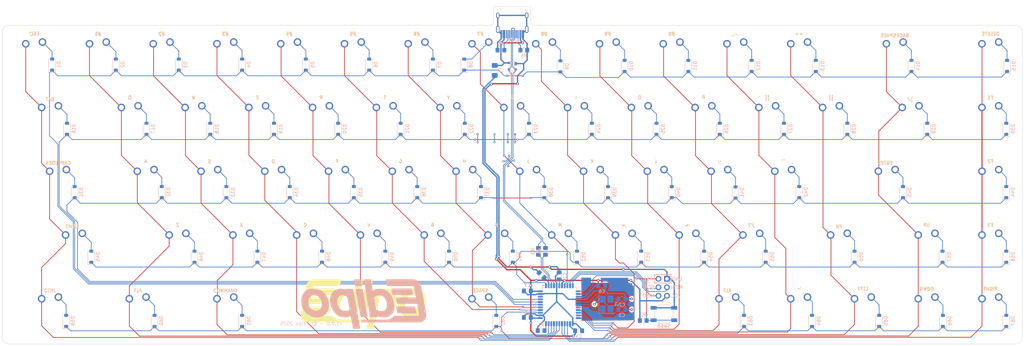
<source format=kicad_pcb>
(kicad_pcb (version 20241229) (generator "pcbnew") (generator_version "9.0")
  (layers (0 "F.Cu" signal) (2 "B.Cu" signal) (13 "F.Paste" user) (15 "B.Paste" user) (5 "F.SilkS" user "F.Silkscreen") (7 "B.SilkS" user "B.Silkscreen") (1 "F.Mask" user) (3 "B.Mask" user) (25 "Edge.Cuts" user))
  (net 0 "")
  (net 1 "GND")
  (net 2 "Net-(U1-UCAP)")
  (net 3 "XTAL2")
  (net 4 "XTAL1")
  (net 5 "+5V")
  (net 6 "row0")
  (net 7 "Net-(D1-A)")
  (net 8 "Net-(D2-A)")
  (net 9 "Net-(D3-A)")
  (net 10 "Net-(D4-A)")
  (net 11 "Net-(D5-A)")
  (net 12 "Net-(D6-A)")
  (net 13 "Net-(D7-A)")
  (net 14 "Net-(D8-A)")
  (net 15 "Net-(D9-A)")
  (net 16 "Net-(D10-A)")
  (net 17 "Net-(D11-A)")
  (net 18 "Net-(D12-A)")
  (net 19 "Net-(D13-A)")
  (net 20 "Net-(D14-A)")
  (net 21 "Net-(D15-A)")
  (net 22 "Net-(D16-A)")
  (net 23 "row1")
  (net 24 "Net-(D17-A)")
  (net 25 "Net-(D18-A)")
  (net 26 "Net-(D19-A)")
  (net 27 "Net-(D20-A)")
  (net 28 "Net-(D21-A)")
  (net 29 "Net-(D22-A)")
  (net 30 "Net-(D23-A)")
  (net 31 "Net-(D24-A)")
  (net 32 "Net-(D25-A)")
  (net 33 "Net-(D26-A)")
  (net 34 "Net-(D27-A)")
  (net 35 "Net-(D28-A)")
  (net 36 "Net-(D29-A)")
  (net 37 "Net-(D30-A)")
  (net 38 "Net-(D31-A)")
  (net 39 "row2")
  (net 40 "Net-(D32-A)")
  (net 41 "Net-(D33-A)")
  (net 42 "Net-(D34-A)")
  (net 43 "Net-(D35-A)")
  (net 44 "Net-(D36-A)")
  (net 45 "Net-(D37-A)")
  (net 46 "Net-(D38-A)")
  (net 47 "Net-(D39-A)")
  (net 48 "Net-(D40-A)")
  (net 49 "Net-(D41-A)")
  (net 50 "Net-(D42-A)")
  (net 51 "Net-(D43-A)")
  (net 52 "Net-(D44-A)")
  (net 53 "Net-(D45-A)")
  (net 54 "row3")
  (net 55 "Net-(D46-A)")
  (net 56 "Net-(D47-A)")
  (net 57 "Net-(D48-A)")
  (net 58 "Net-(D49-A)")
  (net 59 "Net-(D50-A)")
  (net 60 "Net-(D51-A)")
  (net 61 "Net-(D52-A)")
  (net 62 "Net-(D53-A)")
  (net 63 "Net-(D54-A)")
  (net 64 "Net-(D55-A)")
  (net 65 "Net-(D56-A)")
  (net 66 "Net-(D57-A)")
  (net 67 "Net-(D58-A)")
  (net 68 "Net-(D59-A)")
  (net 69 "row4")
  (net 70 "Net-(D60-A)")
  (net 71 "Net-(D61-A)")
  (net 72 "Net-(D62-A)")
  (net 73 "Net-(D63-A)")
  (net 74 "Net-(D64-A)")
  (net 75 "Net-(D65-A)")
  (net 76 "Net-(D66-A)")
  (net 77 "Net-(D67-A)")
  (net 78 "VCC")
  (net 79 "SCK")
  (net 80 "RESET")
  (net 81 "MISO")
  (net 82 "MOSI")
  (net 83 "Net-(U1-~{HWB}{slash}PE2)")
  (net 84 "D-")
  (net 85 "DN")
  (net 86 "D+")
  (net 87 "DP")
  (net 88 "Net-(USB1-CC2)")
  (net 89 "Net-(USB1-CC1)")
  (net 90 "col0")
  (net 91 "col1")
  (net 92 "col2")
  (net 93 "col3")
  (net 94 "col4")
  (net 95 "col5")
  (net 96 "col6")
  (net 97 "col7")
  (net 98 "col8")
  (net 99 "col9")
  (net 100 "col10")
  (net 101 "col11")
  (net 102 "col12")
  (net 103 "col13")
  (net 104 "col14")
  (footprint "Alps_Only:ALPS-2.25U" (layer "F.Cu") (at 38.895986 -82.562236)
    (property "Reference" "SW45")
    (property "Value" "SHIFT")
  )
  (footprint "Alps_Only:ALPS-1U" (layer "F.Cu") (at 312.739736 -82.562236)
    (property "Reference" "SW58")
    (property "Value" "F3")
  )
  (footprint "Alps_Only:ALPS-1U" (layer "F.Cu") (at 127.002236 -82.562236)
    (property "Reference" "SW49")
    (property "Value" "V")
  )
  (footprint "Alps_Only:ALPS-1U" (layer "F.Cu") (at 55.564736 -120.662236)
    (property "Reference" "SW17")
    (property "Value" "Q")
  )
  (footprint "Alps_Only:ALPS-1U" (layer "F.Cu") (at 117.477236 -101.612236)
    (property "Reference" "SW35")
    (property "Value" "F")
  )
  (footprint "Alps_Only:ALPS-1U" (layer "F.Cu") (at 88.902236 -82.562236)
    (property "Reference" "SW47")
    (property "Value" "X")
  )
  (footprint "Alps_Only:ALPS-1U" (layer "F.Cu") (at 203.202236 -82.562236)
    (property "Reference" "SW53")
    (property "Value" ",<")
  )
  (footprint "Alps_Only:ALPS-1U" (layer "F.Cu") (at 107.952236 -82.562236)
    (property "Reference" "SW48")
    (property "Value" "C")
  )
  (footprint "Alps_Only:ALPS-1U" (layer "F.Cu") (at 293.689736 -82.562236)
    (property "Reference" "SW57")
    (property "Value" "UP")
  )
  (footprint "Alps_Only:ALPS-1U" (layer "F.Cu") (at 274.639736 -63.512236)
    (property "Reference" "SW65")
    (property "Value" "LEFT")
  )
  (footprint "Alps_Only:ALPS-1U" (layer "F.Cu") (at 188.914736 -120.662236)
    (property "Reference" "SW24")
    (property "Value" "I")
  )
  (footprint "Alps_Only:ALPS-1U" (layer "F.Cu") (at 179.389736 -139.712236)
    (property "Reference" "SW9")
    (property "Value" "#8")
  )
  (footprint "Alps_Only:ALPS-1U" (layer "F.Cu") (at 265.114736 -120.662236)
    (property "Reference" "SW28")
    (property "Value" "}]")
  )
  (footprint "Alps_Only:ALPS-1U" (layer "F.Cu") (at 236.539736 -139.712236)
    (property "Reference" "SW12")
    (property "Value" "-_")
  )
  (footprint "Alps_Only:ALPS-1U" (layer "F.Cu") (at 122.239736 -139.712236)
    (property "Reference" "SW6")
    (property "Value" "#5")
  )
  (footprint "Alps_Only:ALPS-1U" (layer "F.Cu") (at 293.689736 -63.512236)
    (property "Reference" "SW66")
    (property "Value" "DOWN")
  )
  (footprint "Alps_Only:ALPS-1.25U" (layer "F.Cu") (at 57.945986 -63.512236)
    (property "Reference" "SW60")
    (property "Value" "ALT")
  )
  (footprint "Alps_Only:ALPS-1U" (layer "F.Cu") (at 312.739736 -120.662236)
    (property "Reference" "SW30")
    (property "Value" "F1")
  )
  (footprint "Alps_Only:ALPS-1U" (layer "F.Cu") (at 198.439736 -139.712236)
    (property "Reference" "SW10")
    (property "Value" "#9")
  )
  (footprint "Alps_Only:ALPS-1.75U" (layer "F.Cu") (at 34.133486 -101.612236)
    (property "Reference" "SW31")
    (property "Value" "CAPSLOCK")
  )
  (footprint "Alps_Only:ALPS-1U" (layer "F.Cu") (at 174.627236 -101.612236)
    (property "Reference" "SW38")
    (property "Value" "J")
  )
  (footprint "Alps_Only:ALPS-1U" (layer "F.Cu") (at 312.739736 -63.512236)
    (property "Reference" "SW67")
    (property "Value" "RIGHT")
  )
  (footprint "Alps_Only:ALPS-1.5U" (layer "F.Cu") (at 31.752236 -63.512236)
    (property "Reference" "SW59")
    (property "Value" "CTRL")
  )
  (footprint "Alps_Only:ALPS-1U" (layer "F.Cu") (at 160.339736 -139.712236)
    (property "Reference" "SW8")
    (property "Value" "#7")
  )
  (footprint "Alps_Only:ALPS-1U" (layer "F.Cu") (at 217.489736 -139.712236)
    (property "Reference" "SW11")
    (property "Value" "#0")
  )
  (footprint "Alps_Only:ALPS-1U" (layer "F.Cu") (at 312.739736 -139.712236)
    (property "Reference" "SW15")
    (property "Value" "DELETE")
  )
  (footprint "Alps_Only:ALPS-1U" (layer "F.Cu") (at 84.139736 -139.712236)
    (property "Reference" "SW4")
    (property "Value" "#3")
  )
  (footprint "Alps_Only:ALPS-1U" (layer "F.Cu") (at 184.152236 -82.562236)
    (property "Reference" "SW52")
    (property "Value" "M")
  )
  (footprint "Alps_Only:ALPS-2.25U" (layer "F.Cu") (at 281.783486 -101.612236)
    (property "Reference" "SW43")
    (property "Value" "ENTER")
  )
  (footprint "Alps_Only:ALPS-1U" (layer "F.Cu") (at 231.777236 -101.612236)
    (property "Reference" "SW41")
    (property "Value" ";:")
  )
  (footprint "Alps_Only:ALPS-1U" (layer "F.Cu") (at 246.064736 -120.662236)
    (property "Reference" "SW27")
    (property "Value" "[{")
  )
  (footprint "Alps_Only:ALPS-1U" (layer "F.Cu") (at 255.589736 -63.512236)
    (property "Reference" "SW64")
    (property "Value" "`~")
  )
  (footprint "Alps_Only:ALPS-1.5U" (layer "F.Cu") (at 288.927236 -120.662236)
    (property "Reference" "SW29")
    (property "Value" "\\|")
  )
  (footprint "Alps_Only:ALPS-1.5U" (layer "F.Cu") (at 84.139736 -63.512236)
    (property "Reference" "SW61")
    (property "Value" "COMMAND")
  )
  (footprint "Alps_Only:ALPS-1U" (layer "F.Cu") (at 112.714736 -120.662236)
    (property "Reference" "SW20")
    (property "Value" "R")
  )
  (footprint "Alps_Only:ALPS-1U" (layer "F.Cu") (at 150.814736 -120.662236)
    (property "Reference" "SW22")
    (property "Value" "Y")
  )
  (footprint "Alps_Only:ALPS-1U" (layer "F.Cu") (at 60.327236 -101.612236)
    (property "Reference" "SW32")
    (property "Value" "A")
  )
  (footprint "Alps_Only:ALPS-1U" (layer "F.Cu") (at 227.014736 -120.662236)
    (property "Reference" "SW26")
    (property "Value" "P")
  )
  (footprint "Alps_Only:ALPS-1U" (layer "F.Cu") (at 93.664736 -120.662236)
    (property "Reference" "SW19")
    (property "Value" "E")
  )
  (footprint "Alps_Only:ALPS-1U" (layer "F.Cu") (at 103.189736 -139.712236)
    (property "Reference" "SW5")
    (property "Value" "#4")
  )
  (footprint "Alps_Only:ALPS-1U" (layer "F.Cu") (at 169.864736 -120.662236)
    (property "Reference" "SW23")
    (property "Value" "U")
  )
  (footprint "Alps_Only:ALPS-1U" (layer "F.Cu") (at 146.052236 -82.562236)
    (property "Reference" "SW50")
    (property "Value" "B")
  )
  (footprint "Alps_Only:ALPS-1U" (layer "F.Cu") (at 255.589736 -139.712236)
    (property "Reference" "SW13")
    (property "Value" "=+")
  )
  (footprint "Alps_Only:ALPS-1U" (layer "F.Cu") (at 74.614736 -120.662236)
    (property "Reference" "SW18")
    (property "Value" "W")
  )
  (footprint "Alps_Only:ALPS-1U" (layer "F.Cu") (at 46.039736 -139.712236)
    (property "Reference" "SW2")
    (property "Value" "#1")
  )
  (footprint "Alps_Only:ALPS-1U" (layer "F.Cu") (at 26.989736 -139.712236)
    (property "Reference" "SW1")
    (property "Value" "ESC`")
  )
  (footprint "Alps_Only:ALPS-1U" (layer "F.Cu") (at 98.427236 -101.612236)
    (property "Reference" "SW34")
    (property "Value" "D")
  )
  (footprint "Alps_Only:ALPS-1U" (layer "F.Cu") (at 222.252236 -82.562236)
    (property "Reference" "SW54")
    (property "Value" ".>")
  )
  (footprint "Alps_Only:ALPS-1U" (layer "F.Cu") (at 212.727236 -101.612236)
    (property "Reference" "SW40")
    (property "Value" "L")
  )
  (footprint "Alps_Only:ALPS-1.75U" (layer "F.Cu") (at 267.495986 -82.562236)
    (property "Reference" "SW56")
    (property "Value" "FN")
  )
  (footprint "Alps_Only:ALPS-1U" (layer "F.Cu") (at 155.577236 -101.612236)
    (property "Reference" "SW37")
    (property "Value" "H")
  )
  (footprint "Alps_Only:ALPS-1.25U" (layer "F.Cu") (at 234.158486 -63.512236)
    (property "Reference" "SW63")
    (property "Value" "ALT")
  )
  (footprint "Alps_Only:ALPS-1U" (layer "F.Cu") (at 207.964736 -120.662236)
    (property "Reference" "SW25")
    (property "Value" "O")
  )
  (footprint "Alps_Only:ALPS-6.5U" (layer "F.Cu") (at 160.339736 -63.512236)
    (property "Reference" "SW62")
    (property "Value" "SPACE")
  )
  (footprint "Alps_Only:ALPS-1U" (layer "F.Cu") (at 250.827236 -101.612236)
    (property "Reference" "SW42")
    (property "Value" "'\"")
  )
  (footprint "Alps_Only:ALPS-1.5U" (layer "F.Cu") (at 31.752236 -120.662236)
    (property "Reference" "SW16")
    (property "Value" "TAB")
  )
  (footprint "Alps_Only:ALPS-1U" (layer "F.Cu") (at 193.677236 -101.612236)
    (property "Reference" "SW39")
    (property "Value" "K")
  )
  (footprint "Alps_Only:ALPS-1U" (layer "F.Cu") (at 65.089736 -139.712236)
    (property "Reference" "SW3")
    (property "Value" "#2")
  )
  (footprint "Alps_Only:ALPS-1U" (layer "F.Cu") (at 79.377236 -101.612236)
    (property "Reference" "SW33")
    (property "Value" "S")
  )
  (footprint "Alps_Only:ALPS-1U" (layer "F.Cu") (at 141.289736 -139.712236)
    (property "Reference" "SW7")
    (property "Value" "#6")
  )
  (footprint "Alps_Only:ALPS-1U" (layer "F.Cu") (at 136.527236 -101.612236)
    (property "Reference" "SW36")
    (property "Value" "G")
  )
  (footprint "Alps_Only:ALPS-1U" (layer "F.Cu") (at 131.764736 -120.662236)
    (property "Reference" "SW21")
    (property "Value" "T")
  )
  (footprint "Alps_Only:ALPS-1U" (layer "F.Cu") (at 69.852236 -82.562236)
    (property "Reference" "SW46")
    (property "Value" "Z")
  )
  (footprint "Alps_Only:ALPS-1U" (layer "F.Cu") (at 165.102236 -82.562236)
    (property "Reference" "SW51")
    (property "Value" "N")
  )
  (footprint "Alps_Only:ALPS-1U" (layer "F.Cu") (at 312.739736 -101.612236)
    (property "Reference" "SW44")
    (property "Value" "F2")
  )
  (footprint "Alps_Only:ALPS-1U" (layer "F.Cu") (at 241.302236 -82.562236)
    (property "Reference" "SW55")
    (property "Value" "/?")
  )
  (footprint "Alps_Only:ALPS-2U" (layer "F.Cu") (at 284.164736 -139.712236)
    (property "Reference" "SW14")
    (property "Value" "BACKSPACE")
  )
  (footprint "Alps_Only:EdipoSLogo" (layer "F.Cu") (at 125.4125 -65.88125)
    (property "Reference" "G***")
    (property "Value" "LOGO" (hide yes))
  )
  (footprint "Diode_SMD:D_SOD-123" (layer "B.Cu") (at 108.193536 -137.476036 90)
    (property "Reference" "D5")
    (property "Value" "D")
  )
  (footprint "Resistor_SMD:R_0805_2012Metric_Pad1.20x1.40mm_HandSolder" (layer "B.Cu") (at 209 -61 180)
    (property "Reference" "R2")
    (property "Value" "10k")
  )
  (footprint "Diode_SMD:D_SOD-123" (layer "B.Cu") (at 98.668536 -118.299036 90)
    (property "Reference" "D19")
    (property "Value" "D")
  )
  (footprint "Diode_SMD:D_SOD-123" (layer "B.Cu") (at 65.140536 -99.378036 90)
    (property "Reference" "D32")
    (property "Value" "D")
  )
  (footprint "Diode_SMD:D_SOD-123" (layer "B.Cu") (at 272.150536 -80.074036 90)
    (property "Reference" "D56")
    (property "Value" "D")
  )
  (footprint "Diode_SMD:D_SOD-123" (layer "B.Cu") (at 298.439536 -80.074036 90)
    (property "Reference" "D57")
    (property "Value" "D")
  )
  (footprint "Resistor_SMD:R_0805_2012Metric_Pad1.20x1.40mm_HandSolder" (layer "B.Cu") (at 177.6868 -81.670599 -90)
    (property "Reference" "R3")
    (property "Value" "22")
  )
  (footprint "Diode_SMD:D_SOD-123" (layer "B.Cu") (at 317.743536 -137.095036 90)
    (property "Reference" "D15")
    (property "Value" "D")
  )
  (footprint "Diode_SMD:D_SOD-123" (layer "B.Cu") (at 212.968536 -118.299036 90)
    (property "Reference" "D25")
    (property "Value" "D")
  )
  (footprint "Diode_SMD:D_SOD-123" (layer "B.Cu") (at 136.514536 -118.299036 90)
    (property "Reference" "D21")
    (property "Value" "D")
  )
  (footprint "Diode_SMD:D_SOD-123" (layer "B.Cu") (at 279.516536 -60.897036 90)
    (property "Reference" "D65")
    (property "Value" "D")
  )
  (footprint "Package_QFP:TQFP-44_10x10mm_P0.8mm" (layer "B.Cu") (at 183.938036 -65.735036 -90)
    (property "Reference" "U1")
    (property "Value" "ATmega32U4-A")
  )
  (footprint "Capacitor_SMD:C_0805_2012Metric_Pad1.18x1.45mm_HandSolder" (layer "B.Cu") (at 202.65 -64.29375)
    (property "Reference" "C3")
    (property "Value" "22p")
  )
  (footprint "Diode_SMD:D_SOD-123" (layer "B.Cu") (at 39.105536 -99.378036 90)
    (property "Reference" "D31")
    (property "Value" "D")
  )
  (footprint "Diode_SMD:D_SOD-123" (layer "B.Cu") (at 236.590536 -99.28125 90)
    (property "Reference" "D41")
    (property "Value" "D")
  )
  (footprint "Diode_SMD:D_SOD-123" (layer "B.Cu") (at 239.130536 -60.897036 90)
    (property "Reference" "D63")
    (property "Value" "D")
  )
  (footprint "Diode_SMD:D_SOD-123" (layer "B.Cu") (at 32.374536 -137.476036 90)
    (property "Reference" "D1")
    (property "Value" "D")
  )
  (footprint "Diode_SMD:D_SOD-123" (layer "B.Cu") (at 317.489536 -80.074036 90)
    (property "Reference" "D58")
    (property "Value" "D")
  )
  (footprint "Diode_SMD:D_SOD-123" (layer "B.Cu") (at 241.416536 -137.095036 90)
    (property "Reference" "D12")
    (property "Value" "D")
  )
  (footprint "Diode_SMD:D_SOD-123" (layer "B.Cu") (at 293.867536 -118.299036 90)
    (property "Reference" "D29")
    (property "Value" "D")
  )
  (footprint "random-keyboard-parts:SOT143B" (layer "B.Cu") (at 169.880736 -137.030036 180)
    (property "Reference" "U2")
    (property "Value" "PRTR5V0U2X")
  )
  (footprint "Diode_SMD:D_SOD-123" (layer "B.Cu") (at 131.942536 -80.074036 90)
    (property "Reference" "D49")
    (property "Value" "D")
  )
  (footprint "Diode_SMD:D_SOD-123" (layer "B.Cu") (at 117.845536 -118.299036 90)
    (property "Reference" "D20")
    (property "Value" "D")
  )
  (footprint "Diode_SMD:D_SOD-123" (layer "B.Cu") (at 260.593536 -137.095036 90)
    (property "Reference" "D13")
    (property "Value" "D")
  )
  (footprint "Fuse:Fuse_1206_3216Metric_Pad1.42x1.75mm_HandSolder" (layer "B.Cu") (at 164.632336 -135.738736 90)
    (property "Reference" "F1")
    (property "Value" "500m")
  )
  (footprint "Diode_SMD:D_SOD-123" (layer "B.Cu") (at 179.440536 -99.378036 90)
    (property "Reference" "D38")
    (property "Value" "D")
  )
  (footprint "Diode_SMD:D_SOD-123" (layer "B.Cu") (at 141.467536 -99.378036 90)
    (property "Reference" "D36")
    (property "Value" "D")
  )
  (footprint "Diode_SMD:D_SOD-123" (layer "B.Cu") (at 174.868536 -118.299036 90)
    (property "Reference" "D23")
    (property "Value" "D")
  )
  (footprint "Capacitor_SMD:C_0805_2012Metric_Pad1.18x1.45mm_HandSolder" (layer "B.Cu") (at 196.60625 -71.4375)
    (property "Reference" "C6")
    (property "Value" "0.1u")
  )
  (footprint "Capacitor_SMD:C_0805_2012Metric_Pad1.18x1.45mm_HandSolder" (layer "B.Cu") (at 202.65 -67.46875)
    (property "Reference" "C2")
    (property "Value" "22p")
  )
  (footprint "Diode_SMD:D_SOD-123" (layer "B.Cu") (at 245.607536 -80.074036 90)
    (property "Reference" "D55")
    (property "Value" "D")
  )
  (footprint "Diode_SMD:D_SOD-123" (layer "B.Cu") (at 255.640536 -99.378036 90)
    (property "Reference" "D42")
    (property "Value" "D")
  )
  (footprint "Capacitor_SMD:C_0805_2012Metric_Pad1.18x1.45mm_HandSolder" (layer "B.Cu") (at 174.38125 -61.9125 180)
    (property "Reference" "C5")
    (property "Value" "0.1u")
  )
  (footprint "Diode_SMD:D_SOD-123" (layer "B.Cu") (at 217.540536 -99.378036 90)
    (property "Reference" "D40")
    (property "Value" "D")
  )
  (footprint "Diode_SMD:D_SOD-123" (layer "B.Cu") (at 160.517536 -99.378036 90)
    (property "Reference" "D37")
    (property "Value" "D")
  )
  (footprint "Diode_SMD:D_SOD-123" (layer "B.Cu") (at 36.819536 -118.299036 90)
    (property "Reference" "D16")
    (property "Value" "D")
  )
  (footprint "Resistor_SMD:R_0805_2012Metric_Pad1.20x1.40mm_HandSolder" (layer "B.Cu") (at 173.328536 -141.795036)
    (property "Reference" "R5")
    (property "Value" "5.1k")
  )
  (footprint "Diode_SMD:D_SOD-123" (layer "B.Cu") (at 286.628536 -99.378036 90)
    (property "Reference" "D43")
    (property "Value" "D")
  )
  (footprint "Diode_SMD:D_SOD-123" (layer "B.Cu") (at 36.565536 -60.897036 90)
    (property "Reference" "D59")
    (property "Value" "D")
  )
  (footprint "Diode_SMD:D_SOD-123" (layer "B.Cu") (at 317.489536 -60.897036 90)
    (property "Reference" "D67")
    (property "Value" "D")
  )
  (footprint "Diode_SMD:D_SOD-123" (layer "B.Cu") (at 146.166536 -137.476036 90)
    (property "Reference" "D7")
    (property "Value" "D")
  )
  (footprint "Diode_SMD:D_SOD-123" (layer "B.Cu") (at 113.019536 -80.074036 90)
    (property "Reference" "D48")
    (property "Value" "D")
  )
  (footprint "Diode_SMD:D_SOD-123" (layer "B.Cu") (at 79.618536 -118.299036 90)
    (property "Reference" "D18")
    (property "Value" "D")
  )
  (footprint "Diode_SMD:D_SOD-123" (layer "B.Cu") (at 62.981536 -60.897036 90)
    (property "Reference" "D60")
    (property "Value" "D")
  )
  (footprint "Alps_Only:EdipoSLogo" (layer "B.Cu") (at 125.4125 -65.88125 180)
    (property "Reference" "G***" (hide yes))
    (property "Value" "LOGO" (hide yes))
  )
  (footprint "Capacitor_SMD:C_0805_2012Metric_Pad1.18x1.45mm_HandSolder" (layer "B.Cu") (at 178.653877 -74.552373 135)
    (property "Reference" "C8")
    (property "Value" "10u")
  )
  (footprint "Diode_SMD:D_SOD-123" (layer "B.Cu") (at 103.392936 -99.378036 90)
    (property "Reference" "D34")
    (property "Value" "D")
  )
  (footprint "Resistor_SMD:R_0805_2012Metric_Pad1.20x1.40mm_HandSolder" (layer "B.Cu") (at 178.5 -58 180)
    (property "Reference" "R1")
    (property "Value" "10k")
  )
  (footprint "Diode_SMD:D_SOD-123" (layer "B.Cu") (at 208.396536 -80.074036 90)
    (property "Reference" "D53")
    (property "Value" "D")
  )
  (footprint "Capacitor_SMD:C_0805_2012Metric_Pad1.18x1.45mm_HandSolder" (layer "B.Cu") (at 183.9 -74.3375 90)
    (property "Reference" "C1")
    (property "Value" "1u")
  )
  (footprint "Resistor_SMD:R_0805_2012Metric_Pad1.20x1.40mm_HandSolder" (layer "B.Cu") (at 166.477136 -141.795036 180)
    (property "Reference" "R6")
    (property "Value" "5.1k")
  )
  (footprint "Diode_SMD:D_SOD-123" (layer "B.Cu") (at 60.568536 -118.299036 90)
    (property "Reference" "D17")
    (property "Value" "D")
  )
  (footprint "Diode_SMD:D_SOD-123" (layer "B.Cu") (at 251.068536 -118.299036 90)
    (property "Reference" "D27")
    (property "Value" "D")
  )
  (footprint "Diode_SMD:D_SOD-123" (layer "B.Cu") (at 44.058536 -80.074036 90)
    (property "Reference" "D45")
    (property "Value" "D")
  )
  (footprint "Diode_SMD:D_SOD-123" (layer "B.Cu") (at 89.143536 -137.476036 90)
    (property "Reference" "D4")
    (property "Value" "D")
  )
  (footprint "Diode_SMD:D_SOD-123" (layer "B.Cu") (at 74.919536 -80.074036 90)
    (property "Reference" "D46")
    (property "Value" "D")
  )
  (footprint "Diode_SMD:D_SOD-123" (layer "B.Cu") (at 89.143536 -60.897036 90)
    (property "Reference" "D61")
    (property "Value" "D")
  )
  (footprint "Diode_SMD:D_SOD-123" (layer "B.Cu") (at 289.168536 -137.095036 90)
    (property "Reference" "D14")
    (property "Value" "D")
  )
  (footprint "Diode_SMD:D_SOD-123" (layer "B.Cu") (at 198.490536 -99.378036 90)
    (property "Reference" "D39")
    (property "Value" "D")
  )
  (footprint "Diode_SMD:D_SOD-123" (layer "B.Cu") (at 122.544536 -99.378036 90)
    (property "Reference" "D35")
    (property "Value" "D")
  )
  (footprint "Diode_SMD:D_SOD-123" (layer "B.Cu") (at 193.664536 -118.299036 90)
    (property "Reference" "D24")
    (property "Value" "D")
  )
  (footprint "Type-C:HRO-TYPE-C-31-M-12-HandSoldering" (layer "B.Cu") (at 169.862736 -154.787436)
    (property "Reference" "USB1")
    (property "Value" "HRO-TYPE-C-31-M-12")
  )
  (footprint "Resistor_SMD:R_0805_2012Metric_Pad1.20x1.40mm_HandSolder" (layer "B.Cu") (at 179.8044 -81.670599 -90)
    (property "Reference" "R4")
    (property "Value" "22")
  )
  (footprint "Diode_SMD:D_SOD-123" (layer "B.Cu") (at 203.443536 -137.095036 90)
    (property "Reference" "D10")
    (property "Value" "D")
  )
  (footprint "Diode_SMD:D_SOD-123" (layer "B.Cu") (at 222.493536 -137.095036 90)
    (property "Reference" "D11")
    (property "Value" "D")
  )
  (footprint "Diode_SMD:D_SOD-123" (layer "B.Cu") (at 84.444536 -99.378036 90)
    (property "Reference" "D33")
    (property "Value" "D")
  )
  (footprint "Capacitor_SMD:C_0805_2012Metric_Pad1.18x1.45mm_HandSolder" (layer "B.Cu") (at 174.38125 -69.85 180)
    (property "Reference" "C7")
    (property "Value" "0.1u")
  )
  (footprint "Diode_SMD:D_SOD-123" (layer "B.Cu") (at 93.715536 -80.074036 90)
    (property "Reference" "D47")
    (property "Value" "D")
  )
  (footprint "Diode_SMD:D_SOD-123" (layer "B.Cu") (at 155.691536 -118.299036 90)
    (property "Reference" "D22")
    (property "Value" "D")
  )
  (footprint "Diode_SMD:D_SOD-123" (layer "B.Cu") (at 127.116536 -137.476036 90)
    (property "Reference" "D6")
    (property "Value" "D")
  )
  (footprint "Diode_SMD:D_SOD-123" (layer "B.Cu") (at 150.992536 -80.074036 90)
    (property "Reference" "D50")
    (property "Value" "D")
  )
  (footprint "Capacitor_SMD:C_0805_2012Metric_Pad1.18x1.45mm_HandSolder" (layer "B.Cu") (at 189.70625 -57.94375)
    (property "Reference" "C4")
    (property "Value" "0.1u")
  )
  (footprint "Diode_SMD:D_SOD-123" (layer "B.Cu") (at 317.489536 -99.378036 90)
    (property "Reference" "D44")
    (property "Value" "D")
  )
  (footprint "random-keyboard-parts:Reset_Pretty-Mask" (layer "B.Cu") (at 214.83 -70.94)
    (property "Reference" "J1")
    (property "Value" "AVR-ISP-6")
  )
  (footprint "Diode_SMD:D_SOD-123" (layer "B.Cu") (at 269.991536 -118.299036 90)
    (property "Reference" "D28")
    (property "Value" "D")
  )
  (footprint "Diode_SMD:D_SOD-123" (layer "B.Cu") (at 227.192536 -80.074036 90)
    (property "Reference" "D54")
    (property "Value" "D")
  )
  (footprint "Diode_SMD:D_SOD-123" (layer "B.Cu") (at 155.513736 -137.476036 90)
    (property "Reference" "D8")
    (property "Value" "D")
  )
  (footprint "Diode_SMD:D_SOD-123" (layer "B.Cu") (at 189.219536 -80.074036 90)
    (property "Reference" "D52")
    (property "Value" "D")
  )
  (footprint "Button_Switch_SMD:SW_SPST_SKQG_WithStem" (layer "B.Cu") (at 215.2 -62.95)
    (property "Reference" "SW68")
    (property "Value" "SW_Push_Reset")
  )
  (footprint "Diode_SMD:D_SOD-123" (layer "B.Cu") (at 298.566536 -60.897036 90)
    (property "Reference" "D66")
    (property "Value" "D")
  )
  (footprint "Diode_SMD:D_SOD-123" (layer "B.Cu") (at 231.891536 -118.299036 90)
    (property "Reference" "D26")
    (property "Value" "D")
  )
  (footprint "Diode_SMD:D_SOD-123" (layer "B.Cu") (at 184.266536 -136.968036 90)
    (property "Reference" "D9")
    (property "Value" "D")
  )
  (footprint "Crystal:Crystal_SMD_3225-4Pin_3.2x2.5mm_HandSoldering" (layer "B.Cu") (at 198.077136 -65.952836 90)
    (property "Reference" "Y1")
    (property "Value" "XTAL")
  )
  (footprint "Diode_SMD:D_SOD-123" (layer "B.Cu") (at 259.450536 -60.897036 90)
    (property "Reference" "D64")
    (property "Value" "D")
  )
  (footprint "Diode_SMD:D_SOD-123" (layer "B.Cu") (at 165.089536 -60.897036 90)
    (property "Reference" "D62")
    (property "Value" "D")
  )
  (footprint "Diode_SMD:D_SOD-123" (layer "B.Cu") (at 317.489536 -118.299036 90)
    (property "Reference" "D30")
    (property "Value" "D")
  )
  (footprint "Diode_SMD:D_SOD-123" (layer "B.Cu") (at 70.220536 -137.476036 90)
    (property "Reference" "D3")
    (property "Value" "D")
  )
  (footprint "Diode_SMD:D_SOD-123" (layer "B.Cu") (at 51.424536 -137.476036 90)
    (property "Reference" "D2")
    (property "Value" "D")
  )
  (footprint "Diode_SMD:D_SOD-123" (layer "B.Cu") (at 170.042536 -80.074036 90)
    (property "Reference" "D51")
    (property "Value" "D")
  )
  (gr_arc (start 19.460852 -53.985852) (mid 18.046596 -54.571615) (end 17.460786 -55.985852) (stroke (width 0.1)) (layer "Edge.Cuts"))
  (gr_line (start 320.260852 -53.99572) (end 19.460852 -53.985852) (stroke (width 0.1)) (layer "Edge.Cuts"))
  (gr_line (start 176.41875 -149.235786) (end 320.260786 -149.235786) (stroke (width 0.1)) (layer "Edge.Cuts"))
  (gr_line (start 175.41875 -150.235786) (end 175.41875 -154.78125) (stroke (width 0.1)) (layer "Edge.Cuts"))
  (gr_arc (start 176.41875 -149.235786) (mid 175.711606 -149.528661) (end 175.41875 -150.235786) (stroke (width 0.1)) (layer "Edge.Cuts"))
  (gr_arc (start 320.260786 -149.235786) (mid 321.675 -148.65) (end 322.260786 -147.235786) (stroke (width 0.1)) (layer "Edge.Cuts"))
  (gr_line (start 164.30625 -150.235786) (end 164.30625 -154.78125) (stroke (width 0.1)) (layer "Edge.Cuts"))
  (gr_line (start 17.460786 -55.985852) (end 17.460786 -147.235786) (stroke (width 0.1)) (layer "Edge.Cuts"))
  (gr_line (start 322.260786 -147.235786) (end 322.260786 -55.99572) (stroke (width 0.1)) (layer "Edge.Cuts"))
  (gr_arc (start 322.260786 -55.99572) (mid 321.675035 -54.581508) (end 320.260852 -53.99572) (stroke (width 0.1)) (layer "Edge.Cuts"))
  (gr_arc (start 17.460786 -147.235786) (mid 18.046572 -148.65) (end 19.460786 -149.235786) (stroke (width 0.1)) (layer "Edge.Cuts"))
  (gr_line (start 164.30625 -154.78125) (end 175.41875 -154.78125) (stroke (width 0.1)) (layer "Edge.Cuts"))
  (gr_line (start 163.314685 -149.235786) (end 19.460786 -149.235786) (stroke (width 0.1)) (layer "Edge.Cuts"))
  (gr_arc (start 164.30625 -150.235786) (mid 164.013349 -149.528706) (end 163.30625 -149.235786) (stroke (width 0.1)) (layer "Edge.Cuts"))
  (gr_text "v1.0.0 - © Edipo 2025" (at 119.0625 -59.507841 -0) (layer "B.SilkS") (effects (font (size 1 1) (thickness 0.1)) (justify left bottom mirror)))
  (via (at 168.95 -110.25) (size 0.6) (drill 0.3) (layers "F.Cu" "B.Cu") (net 0))
  (via (at 159.54375 -116.68125) (size 0.6) (drill 0.3) (layers "F.Cu" "B.Cu") (net 0))
  (via (at 167.3 -108.6) (size 0.6) (drill 0.3) (layers "F.Cu" "B.Cu") (net 0))
  (via (at 168.65 -107.15) (size 0.6) (drill 0.3) (layers "F.Cu" "B.Cu") (net 0))
  (via (at 168.55 -116.68125) (size 0.6) (drill 0.3) (layers "F.Cu" "B.Cu") (net 0))
  (via (at 168.55 -114.3) (size 0.6) (drill 0.3) (layers "F.Cu" "B.Cu") (net 0))
  (via (at 170.7 -114.3) (size 0.6) (drill 0.3) (layers "F.Cu" "B.Cu") (net 0))
  (via (at 159.54375 -114.3) (size 0.6) (drill 0.3) (layers "F.Cu" "B.Cu") (net 0))
  (via (at 170.4 -108.8) (size 0.6) (drill 0.3) (layers "F.Cu" "B.Cu") (net 0))
  (via (at 170.7 -116.68125) (size 0.6) (drill 0.3) (layers "F.Cu" "B.Cu") (net 0))
  (via (at 164.55 -114.3) (size 0.6) (drill 0.3) (layers "F.Cu" "B.Cu") (net 0))
  (via (at 164.55 -116.68125) (size 0.6) (drill 0.3) (layers "F.Cu" "B.Cu") (net 0))
  (segment (start 167.65 -108.6) (end 167.641636 -108.608364) (width 0.2) (layer "B.Cu") (net 0))
  (segment (start 168.65 -107.15) (end 168.65 -107.564702) (width 0.2) (layer "B.Cu") (net 0))
  (segment (start 170.7 -114.3) (end 170.7 -116.68125) (width 0.2) (layer "B.Cu") (net 0))
  (segment (start 167.641636 -108.608364) (end 167.308364 -108.608364) (width 0.2) (layer "B.Cu") (net 0))
  (segment (start 168.55 -114.3) (end 168.55 -116.68125) (width 0.2) (layer "B.Cu") (net 0))
  (segment (start 169.842649 -108.757351) (end 169.885298 -108.8) (width 0.2) (layer "B.Cu") (net 0))
  (segment (start 167.641636 -108.608364) (end 167.923066 -108.608364) (width 0.2) (layer "B.Cu") (net 0))
  (segment (start 167.923066 -108.608364) (end 168.907351 -109.592649) (width 0.2) (layer "B.Cu") (net 0))
  (segment (start 168.907351 -109.592649) (end 168.95 -109.635298) (width 0.2) (layer "B.Cu") (net 0))
  (segment (start 164.55 -114.3) (end 164.55 -116.68125) (width 0.2) (layer "B.Cu") (net 0))
  (segment (start 167.308364 -108.608364) (end 167.3 -108.6) (width 0.2) (layer "B.Cu") (net 0))
  (segment (start 168.65 -107.15) (end 168.6 -107.15) (width 0.2) (layer "B.Cu") (net 0))
  (segment (start 168.65 -107.564702) (end 169.842649 -108.757351) (width 0.2) (layer "B.Cu") (net 0))
  (segment (start 169.885298 -108.8) (end 170.4 -108.8) (width 0.2) (layer "B.Cu") (net 0))
  (segment (start 159.54375 -114.3) (end 159.54375 -116.68125) (width 0.2) (layer "B.Cu") (net 0))
  (segment (start 168.95 -109.635298) (end 168.95 -110.25) (width 0.2) (layer "B.Cu") (net 0))
  (segment (start 168.304322 -76.99375) (end 168.289661 -77.008411) (width 0.381) (layer "F.Cu") (net 1))
  (segment (start 203.1 -76.29375) (end 181.675 -76.29375) (width 0.381) (layer "F.Cu") (net 1))
  (segment (start 168.289661 -77.008411) (end 165.89375 -79.404322) (width 0.381) (layer "F.Cu") (net 1))
  (segment (start 163.836686 -131.7625) (end 163.674593 -131.600407) (width 0.381) (layer "F.Cu") (net 1))
  (segment (start 165.89375 -79.404322) (end 165.89375 -80.16875) (width 0.381) (layer "F.Cu") (net 1))
  (segment (start 175.41875 -76.99375) (end 168.304322 -76.99375) (width 0.381) (layer "F.Cu") (net 1))
  (segment (start 180.975 -76.99375) (end 175.41875 -76.99375) (width 0.381) (layer "F.Cu") (net 1))
  (segment (start 181.675 -76.29375) (end 180.975 -76.99375) (width 0.381) (layer "F.Cu") (net 1))
  (segment (start 171.45 -131.7625) (end 163.836686 -131.7625) (width 0.381) (layer "F.Cu") (net 1))
  (via (at 205.58125 -67.46875) (size 0.8) (drill 0.4) (layers "F.Cu" "B.Cu") (net 1))
  (via (at 171.45 -131.7625) (size 0.8) (drill 0.4) (layers "F.Cu" "B.Cu") (net 1))
  (via (at 203.1 -76.29375) (size 0.8) (drill 0.4) (layers "F.Cu" "B.Cu") (net 1))
  (via (at 165.89375 -80.16875) (size 0.8) (drill 0.4) (layers "F.Cu" "B.Cu") (net 1))
  (via (at 180.975 -76.99375) (size 0.8) (drill 0.4) (layers "F.Cu" "B.Cu") (net 1))
  (via (at 194.46875 -65.88125) (size 0.8) (drill 0.4) (layers "F.Cu" "B.Cu") (net 1))
  (via (at 163.674593 -131.600407) (size 0.8) (drill 0.4) (layers "F.Cu" "B.Cu") (net 1))
  (via (at 205.58125 -64.29375) (size 0.8) (drill 0.4) (layers "F.Cu" "B.Cu") (net 1))
  (via (at 175.41875 -76.99375) (size 0.8) (drill 0.4) (layers "F.Cu" "B.Cu") (net 1))
  (segment (start 196.927136 -66.86698) (end 199.227136 -64.56698) (width 0.381) (layer "B.Cu") (net 1))
  (segment (start 190.74375 -57.94375) (end 190.74375 -58.241286) (width 0.381) (layer "B.Cu") (net 1))
  (segment (start 216.1 -75.5) (end 216.1 -73.48) (width 0.381) (layer "B.Cu") (net 1))
  (segment (start 182.7835 -74.2585) (end 183.9 -75.375) (width 0.381) (layer "B.Cu") (net 1))
  (segment (start 173.280036 -135.973786) (end 171.45 -134.14375) (width 0.381) (layer "B.Cu") (net 1))
  (segment (start 183.138036 -71.397536) (end 183.125 -71.3845) (width 0.381) (layer "B.Cu") (net 1))
  (segment (start 188.9125 -60.072536) (end 187.938036 -60.072536) (width 0.381) (layer "B.Cu") (net 1))
  (segment (start 199.227136 -64.56698) (end 199.227136 -64.502836) (width 0.381) (layer "B.Cu") (net 1))
  (segment (start 177.920254 -75.285996) (end 177.00625 -76.2) (width 0.381) (layer "B.Cu") (net 1))
  (segment (start 183.138036 -66.660037) (end 179.013035 -62.535036) (width 0.381) (layer "B.Cu") (net 1))
  (segment (start 197.64375 -69.85) (end 197.64375 -71.4375) (width 0.381) (layer "B.Cu") (net 1))
  (segment (start 196.927136 -67.402836) (end 196.927136 -66.86698) (width 0.381) (layer "B.Cu") (net 1))
  (segment (start 194.46875 -69.85) (end 197.64375 -69.85) (width 0.381) (layer "B.Cu") (net 1))
  (segment (start 173.280036 -137.780036) (end 173.280036 -135.973786) (width 0.381) (layer "B.Cu") (net 1))
  (segment (start 173.087736 -146.912436) (end 174.182736 -148.007436) (width 0.381) (layer "B.Cu") (net 1))
  (segment (start 183.138036 -69.05625) (end 183.138036 -66.660037) (width 0.381) (layer "B.Cu") (net 1))
  (segment (start 161.71325 -129.933928) (end 163.379729 -131.600407) (width 0.381) (layer "B.Cu") (net 1))
  (segment (start 174.328536 -143.790815) (end 174.328536 -141.795036) (width 0.381) (layer "B.Cu") (net 1))
  (segment (start 191.953786 -67.335036) (end 194.46875 -69.85) (width 0.381) (layer "B.Cu") (net 1))
  (segment (start 174.328536 -138.828536) (end 173.280036 -137.780036) (width 0.381) (layer "B.Cu") (net 1))
  (segment (start 189.600536 -67.335036) (end 191.953786 -67.335036) (width 0.381) (layer "B.Cu") (net 1))
  (segment (start 196.927136 -67.402836) (end 195.990336 -67.402836) (width 0.381) (layer "B.Cu") (net 1))
  (segment (start 203.6875 -65.39375) (end 203.2 -65.88125) (width 0.381) (layer "B.Cu") (net 1))
  (segment (start 174.46025 -68.7335) (end 173.34375 -69.85) (width 0.381) (layer "B.Cu") (net 1))
  (segment (start 190.74375 -58.241286) (end 188.9125 -60.072536) (width 0.381) (layer "B.Cu") (net 1))
  (segment (start 177.5 -59.123928) (end 177.5 -58) (width 0.381) (layer "B.Cu") (net 1))
  (segment (start 165.542736 -148.007436) (end 165.542736 -147.687436) (width 0.381) (layer "B.Cu") (net 1))
  (segment (start 184.94375 -69.05625) (end 183.138036 -69.05625) (width 0.381) (layer "B.Cu") (net 1))
  (segment (start 218.3 -64.8) (end 218.3 -72.3) (width 0.381) (layer "B.Cu") (net 1))
  (segment (start 173.280036 -137.780036) (end 170.880736 -137.780036) (width 0.381) (layer "B.Cu") (net 1))
  (segment (start 187.938036 -61.860037) (end 187.938036 -60.072536) (width 0.381) (layer "B.Cu") (net 1))
  (segment (start 183.1 -77.1) (end 181.08125 -77.1) (width 0.381) (layer "B.Cu") (net 1))
  (segment (start 176.6835 -63.029) (end 177.177464 -62.535036) (width 0.381) (layer "B.Cu") (net 1))
  (segment (start 174.328536 -141.795036) (end 174.328536 -138.828536) (width 0.381) (layer "B.Cu") (net 1))
  (segment (start 183.138036 -72.33532) (end 182.7835 -72.689856) (width 0.381) (layer "B.Cu") (net 1))
  (segment (start 217.12 -73.48) (end 216.1 -73.48) (width 0.381) (layer "B.Cu") (net 1))
  (segment (start 176.925928 -68.7335) (end 174.46025 -68.7335) (width 0.381) (layer "B.Cu") (net 1))
  (segment (start 183.138036 -66.660037) (end 187.938036 -61.860037) (width 0.381) (layer "B.Cu") (net 1))
  (segment (start 199.440336 -64.502836) (end 200.81875 -65.88125) (width 0.381) (layer "B.Cu") (net 1))
  (segment (start 174.154 -63.029) (end 176.6835 -63.029) (width 0.381) (layer "B.Cu") (net 1))
  (segment (start 178.275536 -68.935036) (end 179.266286 -68.935036) (width 0.381) (layer "B.Cu") (net 1))
  (segment (start 161.71325 -108.191072) (end 161.71325 -129.933928) (width 0.381) (layer "B.Cu") (net 1))
  (segment (start 215.30625 -76.29375) (end 216.1 -75.5) (width 0.381) (layer "B.Cu") (net 1))
  (segment (start 173.34375 -62.21875) (end 174.154 -63.029) (width 0.381) (layer "B.Cu") (net 1))
  (segment (start 183.9 -76.3) (end 183.1 -77.1) (width 0.381) (layer "B.Cu") (net 1))
  (segment (start 203.6875 -64.29375) (end 203.6875 -65.39375) (width 0.381) (layer "B.Cu") (net 1))
  (segment (start 163.379729 -131.600407) (end 163.674593 -131.600407) (width 0.381) (layer "B.Cu") (net 1))
  (segment (start 177.177464 -62.535036) (end 178.275536 -62.535036) (width 0.381) (layer "B.Cu") (net 1))
  (segment (start 173.34375 -61.9125) (end 173.34375 -62.21875) (width 0.381) (layer "B.Cu") (net 1))
  (segment (start 173.087736 -146.592436) (end 173.087736 -145.031615) (width 0.381) (layer "B.Cu") (net 1))
  (segment (start 199.227136 -64.502836) (end 199.440336 -64.502836) (width 0.381) (layer "B.Cu") (net 1))
  (segment (start 183.138036 -71.397536) (end 183.138036 -69.05625) (width 0.381) (layer "B.Cu") (net 1))
  (segment (start 166.637736 -145.257087) (end 166.637736 -146.592436) (width 0.381) (layer "B.Cu") (net 1))
  (segment (start 203.6875 -67.46875) (end 203.6875 -66.36875) (width 0.381) (layer "B.Cu") (net 1))
  (segment (start 165.542736 -147.687436) (end 166.637736 -146.592436) (width 0.381) (layer "B.Cu") (net 1))
  (segment (start 165.89375 -80.16875) (end 165.89375 -104.010572) (width 0.381) (layer "B.Cu") (net 1))
  (segment (start 203.6875 -67.46875) (end 203.6875 -68.56875) (width 0.381) (layer "B.Cu") (net 1))
  (segment (start 179.266286 -68.935036) (end 179.3875 -69.05625) (width 0.381) (layer "B.Cu") (net 1))
  (segment (start 178.235286 -62.494786) (end 178.275536 -62.535036) (width 0.381) (layer "B.Cu") (net 1))
  (segment (start 197.64375 -69.85) (end 198.4375 -69.05625) (width 0.381) (layer "B.Cu") (net 1))
  (segment (start 182.7835 -72.689856) (end 182.7835 -74.2585) (width 0.381) (layer "B.Cu") (net 1))
  (segment (start 173.087736 -146.592436) (end 173.087736 -146.912436) (width 0.381) (layer "B.Cu") (net 1))
  (segment (start 165.477136 -144.096487) (end 166.637736 -145.257087) (width 0.381) (layer "B.Cu") (net 1))
  (segment (start 165.477136 -144.096487) (end 165.477136 -141.795036) (width 0.381) (layer "B.Cu") (net 1))
  (segment (start 189.600536 -67.335036) (end 186.664964 -67.335036) (width 0.381) (layer "B.Cu") (net 1))
  (segment (start 179.5 -62.048071) (end 179.5 -61.123928) (width 0.381) (layer "B.Cu") (net 1))
  (segment (start 195.990336 -67.402836) (end 194.46875 -65.88125) (width 0.381) (layer "B.Cu") (net 1))
  (segment (start 177.00625 -76.2) (end 176.2125 -76.2) (width 0.381) (layer "B.Cu") (net 1))
  (segment (start 203.6875 -67.46875) (end 205.58125 -67.46875) (width 0.381) (layer "B.Cu") (net 1))
  (segment (start 174.182736 -152.187436) (end 174.182736 -148.007436) (width 0.381) (layer "B.Cu") (net 1))
  (segment (start 179.5 -61.123928) (end 177.5 -59.123928) (width 0.381) (layer "B.Cu") (net 1))
  (segment (start 165.542736 -152.187436) (end 174.182736 -152.187436) (width 0.381) (layer "B.Cu") (net 1))
  (segment (start 165.89375 -104.010572) (end 161.71325 -108.191072) (width 0.381) (layer "B.Cu") (net 1))
  (segment (start 178.275536 -68.935036) (end 177.127464 -68.935036) (width 0.381) (layer "B.Cu") (net 1))
  (segment (start 186.664964 -67.335036) (end 184.94375 -69.05625) (width 0.381) (layer "B.Cu") (net 1))
  (segment (start 179.013035 -62.535036) (end 178.275536 -62.535036) (width 0.381) (layer "B.Cu") (net 1))
  (segment (start 218.3 -64.8) (end 212.1 -64.8) (width 0.381) (layer "B.Cu") (net 1))
  (segment (start 203.1 -76.29375) (end 215.30625 -76.29375) (width 0.381) (layer "B.Cu") (net 1))
  (segment (start 173.087736 -145.031615) (end 174.328536 -143.790815) (width 0.381) (layer "B.Cu") (net 1))
  (segment (start 218.3 -72.3) (end 217.12 -73.48) (width 0.381) (layer "B.Cu") (net 1))
  (segment (start 179.013035 -62.535036) (end 179.5 -62.048071) (width 0.381) (layer "B.Cu") (net 1))
  (segment (start 203.6875 -68.56875) (end 203.2 -69.05625) (width 0.381) (layer "B.Cu") (net 1))
  (segment (start 171.45 -134.14375) (end 171.45 -131.7625) (width 0.381) (layer "B.Cu") (net 1))
  (segment (start 203.6875 -66.36875) (end 203.2 -65.88125) (width 0.381) (layer "B.Cu") (net 1))
  (segment (start 183.9 -75.375) (end 183.9 -76.3) (width 0.381) (layer "B.Cu") (net 1))
  (segment (start 183.138036 -71.397536) (end 183.138036 -72.33532) (width 0.381) (layer "B.Cu") (net 1))
  (segment (start 198.4375 -69.05625) (end 203.2 -69.05625) (width 0.381) (layer "B.Cu") (net 1))
  (segment (start 165.542736 -148.007436) (end 165.542736 -152.187436) (width 0.381) (layer "B.Cu") (net 1))
  (segment (start 181.08125 -77.1) (end 180.975 -76.99375) (width 0.381) (layer "B.Cu") (net 1))
  (segment (start 200.81875 -65.88125) (end 203.2 -65.88125) (width 0.381) (layer "B.Cu") (net 1))
  (segment (start 177.127464 -68.935036) (end 176.925928 -68.7335) (width 0.381) (layer "B.Cu") (net 1))
  (segment (start 179.3875 -69.05625) (end 183.138036 -69.05625) (width 0.381) (layer "B.Cu") (net 1))
  (segment (start 203.6875 -64.29375) (end 205.58125 -64.29375) (width 0.381) (layer "B.Cu") (net 1))
  (segment (start 176.2125 -76.2) (end 175.41875 -76.99375) (width 0.381) (layer "B.Cu") (net 1))
  (segment (start 183.938036 -71.397536) (end 183.938036 -73.261964) (width 0.2) (layer "B.Cu") (net 2))
  (segment (start 183.938036 -73.261964) (end 183.9 -73.3) (width 0.2) (layer "B.Cu") (net 2))
  (segment (start 183.938036 -73.261964) (end 183.5 -73.7) (width 0.2) (layer "B.Cu") (net 2))
  (segment (start 183.938036 -71.397536) (end 184.126 -71.5855) (width 0.2) (layer "B.Cu") (net 2))
  (segment (start 197.573722 -69.05625) (end 195.2625 -69.05625) (width 0.2) (layer "B.Cu") (net 3))
  (segment (start 199.227136 -67.402836) (end 201.546586 -67.402836) (width 0.2) (layer "B.Cu") (net 3))
  (segment (start 192.741286 -66.535036) (end 189.600536 -66.535036) (width 0.2) (layer "B.Cu") (net 3))
  (segment (start 199.227136 -67.402836) (end 197.573722 -69.05625) (width 0.2) (layer "B.Cu") (net 3))
  (segment (start 201.546586 -67.402836) (end 201.6125 -67.46875) (width 0.2) (layer "B.Cu") (net 3))
  (segment (start 195.2625 -69.05625) (end 192.741286 -66.535036) (width 0.2) (layer "B.Cu") (net 3))
  (segment (start 192.764964 -65.735036) (end 194 -64.5) (width 0.2) (layer "B.Cu") (net 4))
  (segment (start 200.025 -62.70625) (end 197.64375 -62.70625) (width 0.2) (layer "B.Cu") (net 4))
  (segment (start 189.600536 -65.735036) (end 192.764964 -65.735036) (width 0.2) (layer "B.Cu") (net 4))
  (segment (start 201.6125 -64.29375) (end 200.025 -62.70625) (width 0.2) (layer "B.Cu") (net 4))
  (segment (start 194 -64.5) (end 194.002836 -64.502836) (width 0.2) (layer "B.Cu") (net 4))
  (segment (start 197.64375 -62.70625) (end 196.927136 -63.422864) (width 0.2) (layer "B.Cu") (net 4))
  (segment (start 194.002836 -64.502836) (end 196.927136 -64.502836) (width 0.2) (layer "B.Cu") (net 4))
  (segment (start 196.927136 -63.422864) (end 196.927136 -64.502836) (width 0.2) (layer "B.Cu") (net 4))
  (segment (start 195.56875 -73) (end 205.3 -73) (width 0.381) (layer "F.Cu") (net 5))
  (segment (start 185.5 -73) (end 195.56875 -73) (width 0.381) (layer "F.Cu") (net 5))
  (segment (start 177.00625 -56.35625) (end 175.41875 -57.94375) (width 0.381) (layer "F.Cu") (net 5))
  (segment (start 175.41875 -57.94375) (end 175.41875 -60.325) (width 0.381) (layer "F.Cu") (net 5))
  (segment (start 168.275 -76.2) (end 172.24375 -76.2) (width 0.381) (layer "F.Cu") (net 5))
  (segment (start 175.41875 -60.325) (end 175.41875 -71.4375) (width 0.381) (layer "F.Cu") (net 5))
  (segment (start 177.00625 -73.025) (end 185.475 -73.025) (width 0.381) (layer "F.Cu") (net 5))
  (segment (start 175.41875 -71.4375) (end 175.41875 -73.025) (width 0.381) (layer "F.Cu") (net 5))
  (segment (start 165.1 -79.375) (end 168.275 -76.2) (width 0.381) (layer "F.Cu") (net 5))
  (segment (start 172.24375 -76.2) (end 175.41875 -73.025) (width 0.381) (layer "F.Cu") (net 5))
  (segment (start 175.41875 -73.025) (end 177.00625 -73.025) (width 0.381) (layer "F.Cu") (net 5))
  (segment (start 188.11875 -56.35625) (end 177.00625 -56.35625) (width 0.381) (layer "F.Cu") (net 5))
  (segment (start 185.475 -73.025) (end 185.5 -73) (width 0.381) (layer "F.Cu") (net 5))
  (via (at 185.5 -73) (size 0.8) (drill 0.4) (layers "F.Cu" "B.Cu") (net 5))
  (via (at 177.00625 -73.025) (size 0.8) (drill 0.4) (layers "F.Cu" "B.Cu") (net 5))
  (via (at 175.41875 -60.325) (size 0.8) (drill 0.4) (layers "F.Cu" "B.Cu") (net 5))
  (via (at 205.3 -73) (size 0.8) (drill 0.4) (layers "F.Cu" "B.Cu") (net 5))
  (via (at 195.56875 -73) (size 0.8) (drill 0.4) (layers "F.Cu" "B.Cu") (net 5))
  (via (at 175.41875 -71.4375) (size 0.8) (drill 0.4) (layers "F.Cu" "B.Cu") (net 5))
  (via (at 165.1 -79.375) (size 0.8) (drill 0.4) (layers "F.Cu" "B.Cu") (net 5))
  (via (at 188.11875 -56.35625) (size 0.8) (drill 0.4) (layers "F.Cu" "B.Cu") (net 5))
  (segment (start 165.31175 -80.706101) (end 165.1 -80.494351) (width 0.381) (layer "B.Cu") (net 5))
  (segment (start 180.738036 -72.468214) (end 179.3875 -73.81875) (width 0.381) (layer "B.Cu") (net 5))
  (segment (start 175.533714 -69.735036) (end 175.41875 -69.85) (width 0.381) (layer "B.Cu") (net 5))
  (segment (start 214.6 -66.9) (end 208 -66.9) (width 0.381) (layer "B.Cu") (net 5))
  (segment (start 178.59375 -73.025) (end 179.3875 -73.81875) (width 0.381) (layer "B.Cu") (net 5))
  (segment (start 163.346742 -132.391907) (end 162.883093 -131.928258) (width 0.381) (layer "B.Cu") (net 5))
  (segment (start 216.1 -68.4) (end 214.6 -66.9) (width 0.381) (layer "B.Cu") (net 5))
  (segment (start 175.41875 -60.325) (end 175.41875 -61.9125) (width 0.381) (layer "B.Cu") (net 5))
  (segment (start 164.632336 -134.251236) (end 165.1 -133.783572) (width 0.381) (layer "B.Cu") (net 5))
  (segment (start 178.275536 -61.735036) (end 175.596214 -61.735036) (width 0.381) (layer "B.Cu") (net 5))
  (segment (start 161.13125 -107.95) (end 165.31175 -103.7695) (width 0.381) (layer "B.Cu") (net 5))
  (segment (start 188.529323 -57.94375) (end 188.66875 -57.94375) (width 0.381) (layer "B.Cu") (net 5))
  (segment (start 195.56875 -71.4375) (end 195.56875 -73) (width 0.381) (layer "B.Cu") (net 5))
  (segment (start 161.13125 -130.175) (end 161.13125 -107.95) (width 0.381) (layer "B.Cu") (net 5))
  (segment (start 180.738036 -71.397536) (end 180.738036 -72.468214) (width 0.381) (layer "B.Cu") (net 5))
  (segment (start 205.3 -73) (end 207.9 -70.4) (width 0.381) (layer "B.Cu") (net 5))
  (segment (start 164.632336 -133.676086) (end 163.348157 -132.391907) (width 0.381) (layer "B.Cu") (net 5))
  (segment (start 188.66875 -57.94375) (end 188.66875 -56.90625) (width 0.381) (layer "B.Cu") (net 5))
  (segment (start 194.84375 -71.4375) (end 195.56875 -71.4375) (width 0.381) (layer "B.Cu") (net 5))
  (segment (start 184.738036 -71.397536) (end 184.738036 -72.238036) (width 0.381) (layer "B.Cu") (net 5))
  (segment (start 165.31175 -103.7695) (end 165.31175 -80.706101) (width 0.381) (layer "B.Cu") (net 5))
  (segment (start 163.348157 -132.391907) (end 163.346742 -132.391907) (width 0.381) (layer "B.Cu") (net 5))
  (segment (start 208 -66.9) (end 208 -61) (width 0.381) (layer "B.Cu") (net 5))
  (segment (start 178.275536 -69.735036) (end 175.533714 -69.735036) (width 0.381) (layer "B.Cu") (net 5))
  (segment (start 187.138036 -60.072536) (end 187.138036 -59.335037) (width 0.381) (layer "B.Cu") (net 5))
  (segment (start 188.66875 -56.90625) (end 188.11875 -56.35625) (width 0.381) (layer "B.Cu") (net 5))
  (segment (start 164.632336 -134.251236) (end 164.632336 -133.676086) (width 0.381) (layer "B.Cu") (net 5))
  (segment (start 184.738036 -72.238036) (end 185.5 -73) (width 0.381) (layer "B.Cu") (net 5))
  (segment (start 187.138036 -59.335037) (end 188.529323 -57.94375) (width 0.381) (layer "B.Cu") (net 5))
  (segment (start 208 -70.4) (end 208 -66.9) (width 0.381) (layer "B.Cu") (net 5))
  (segment (start 191.541286 -68.135036) (end 189.600536 -68.135036) (width 0.381) (layer "B.Cu") (net 5))
  (segment (start 207.9 -70.4) (end 208 -70.4) (width 0.381) (layer "B.Cu") (net 5))
  (segment (start 191.541286 -68.135036) (end 194.84375 -71.4375) (width 0.381) (layer "B.Cu") (net 5))
  (segment (start 177.00625 -73.025) (end 178.59375 -73.025) (width 0.381) (layer "B.Cu") (net 5))
  (segment (start 165.1 -80.494351) (end 165.1 -79.375) (width 0.381) (layer "B.Cu") (net 5))
  (segment (start 162.883093 -131.926843) (end 161.13125 -130.175) (width 0.381) (layer "B.Cu") (net 5))
  (segment (start 175.41875 -71.4375) (end 175.41875 -69.85) (width 0.381) (layer "B.Cu") (net 5))
  (segment (start 175.596214 -61.735036) (end 175.41875 -61.9125) (width 0.381) (layer "B.Cu") (net 5))
  (segment (start 162.883093 -131.928258) (end 162.883093 -131.926843) (width 0.381) (layer "B.Cu") (net 5))
  (segment (start 168.275 -134.14375) (end 173.0375 -134.14375) (width 0.2) (layer "F.Cu") (net 6))
  (via (at 173.0375 -134.14375) (size 0.6) (drill 0.3) (layers "F.Cu" "B.Cu") (net 6))
  (via (at 168.275 -134.14375) (size 0.6) (drill 0.3) (layers "F.Cu" "B.Cu") (net 6))
  (segment (start 43.3 -71.9) (end 38.7 -76.5) (width 0.2) (layer "B.Cu") (net 6))
  (segment (start 241.416536 -135.445036) (end 243.098822 -133.76275) (width 0.2) (layer "B.Cu") (net 6))
  (segment (start 108.193536 -135.826036) (end 109.875822 -134.14375) (width 0.2) (layer "B.Cu") (net 6))
  (segment (start 34.056822 -134.14375) (end 49.74225 -134.14375) (width 0.2) (layer "B.Cu") (net 6))
  (segment (start 34.1 -113.7) (end 31.6 -116.2) (width 0.2) (layer "B.Cu") (net 6))
  (segment (start 31.6 -135.0515) (end 32.374536 -135.826036) (width 0.2) (layer "B.Cu") (net 6))
  (segment (start 290.850822 -133.76275) (end 316.06125 -133.76275) (width 0.2) (layer "B.Cu") (net 6))
  (segment (start 109.875822 -134.14375) (end 125.43425 -134.14375) (width 0.2) (layer "B.Cu") (net 6))
  (segment (start 87.46125 -134.14375) (end 89.143536 -135.826036) (width 0.2) (layer "B.Cu") (net 6))
  (segment (start 224.175822 -133.76275) (end 239.73425 -133.76275) (width 0.2) (layer "B.Cu") (net 6))
  (segment (start 144.48425 -134.14375) (end 146.166536 -135.826036) (width 0.2) (layer "B.Cu") (net 6))
  (segment (start 89.143536 -135.826036) (end 90.825822 -134.14375) (width 0.2) (layer "B.Cu") (net 6))
  (segment (start 106.51125 -134.14375) (end 108.193536 -135.826036) (width 0.2) (layer "B.Cu") (net 6))
  (segment (start 220.81125 -133.76275) (end 222.493536 -135.445036) (width 0.2) (layer "B.Cu") (net 6))
  (segment (start 316.06125 -133.76275) (end 317.743536 -135.445036) (width 0.2) (layer "B.Cu") (net 6))
  (segment (start 128.798822 -134.14375) (end 144.48425 -134.14375) (width 0.2) (layer "B.Cu") (net 6))
  (segment (start 53.106822 -134.14375) (end 68.53825 -134.14375) (width 0.2) (layer "B.Cu") (net 6))
  (segment (start 258.91125 -133.76275) (end 260.593536 -135.445036) (width 0.2) (layer "B.Cu") (net 6))
  (segment (start 262.275822 -133.76275) (end 287.48625 -133.76275) (width 0.2) (layer "B.Cu") (net 6))
  (segment (start 289.168536 -135.445036) (end 290.850822 -133.76275) (width 0.2) (layer "B.Cu") (net 6))
  (segment (start 32.374536 -135.826036) (end 34.056822 -134.14375) (width 0.2) (layer "B.Cu") (net 6))
  (segment (start 184.266536 -135.318036) (end 185.948822 -133.63575) (width 0.2) (layer "B.Cu") (net 6))
  (segment (start 127.116536 -135.826036) (end 128.798822 -134.14375) (width 0.2) (layer "B.Cu") (net 6))
  (segment (start 239.73425 -133.76275) (end 241.416536 -135.445036) (width 0.2) (layer "B.Cu") (net 6))
  (segment (start 38.7 -76.5) (end 38.7 -90.5) (width 0.2) (layer "B.Cu") (net 6))
  (segment (start 173.0375 -134.14375) (end 174.211786 -135.318036) (width 0.2) (layer "B.Cu") (net 6))
  (segment (start 90.825822 -134.14375) (end 106.51125 -134.14375) (width 0.2) (layer "B.Cu") (net 6))
  (segment (start 222.493536 -135.445036) (end 224.175822 -133.76275) (width 0.2) (layer "B.Cu") (net 6))
  (segment (start 260.593536 -135.445036) (end 262.275822 -133.76275) (width 0.2) (layer "B.Cu") (net 6))
  (segment (start 203.443536 -135.445036) (end 205.125822 -133.76275) (width 0.2) (layer "B.Cu") (net 6))
  (segment (start 153.83145 -134.14375) (end 155.513736 -135.826036) (width 0.2) (layer "B.Cu") (net 6))
  (segment (start 287.48625 -133.76275) (end 289.168536 -135.445036) (width 0.2) (layer "B.Cu") (net 6))
  (segment (start 185.948822 -133.63575) (end 201.63425 -133.63575) (width 0.2) (layer "B.Cu") (net 6))
  (segment (start 51.424536 -135.826036) (end 53.106822 -134.14375) (width 0.2) (layer "B.Cu") (net 6))
  (segment (start 31.6 -116.2) (end 31.6 -135.0515) (width 0.2) (layer "B.Cu") (net 6))
  (segment (start 146.166536 -135.826036) (end 147.848822 -134.14375) (width 0.2) (layer "B.Cu") (net 6))
  (segment (start 71.902822 -134.14375) (end 87.46125 -134.14375) (width 0.2) (layer "B.Cu") (net 6))
  (segment (start 167.48125 -134.14375) (end 168.275 -134.14375) (width 0.2) (layer "B.Cu") (net 6))
  (segment (start 34.1 -95.1) (end 34.1 -113.7) (width 0.2) (layer "B.Cu") (net 6))
  (segment (start 125.43425 -134.14375) (end 127.116536 -135.826036) (width 0.2) (layer "B.Cu") (net 6))
  (segment (start 165.798964 -135.826036) (end 167.48125 -134.14375) (width 0.2) (layer "B.Cu") (net 6))
  (segment (start 205.125822 -133.76275) (end 220.81125 -133.76275) (width 0.2) (layer "B.Cu") (net 6))
  (segment (start 49.74225 -134.14375) (end 51.424536 -135.826036) (width 0.2) (layer "B.Cu") (net 6))
  (segment (start 201.63425 -133.63575) (end 203.443536 -135.445036) (width 0.2) (layer "B.Cu") (net 6))
  (segment (start 68.53825 -134.14375) (end 70.220536 -135.826036) (width 0.2) (layer "B.Cu") (net 6))
  (segment (start 170.664964 -65.735036) (end 164.5 -71.9) (width 0.2) (layer "B.Cu") (net 6))
  (segment (start 70.220536 -135.826036) (end 71.902822 -134.14375) (width 0.2) (layer "B.Cu") (net 6))
  (segment (start 178.275536 -65.735036) (end 170.664964 -65.735036) (width 0.2) (layer "B.Cu") (net 6))
  (segment (start 164.5 -71.9) (end 43.3 -71.9) (width 0.2) (layer "B.Cu") (net 6))
  (segment (start 243.098822 -133.76275) (end 258.91125 -133.76275) (width 0.2) (layer "B.Cu") (net 6))
  (segment (start 38.7 -90.5) (end 34.1 -95.1) (width 0.2) (layer "B.Cu") (net 6))
  (segment (start 174.211786 -135.318036) (end 184.266536 -135.318036) (width 0.2) (layer "B.Cu") (net 6))
  (segment (start 155.513736 -135.826036) (end 165.798964 -135.826036) (width 0.2) (layer "B.Cu") (net 6))
  (segment (start 147.848822 -134.14375) (end 153.83145 -134.14375) (width 0.2) (layer "B.Cu") (net 6))
  (segment (start 32.374536 -139.126036) (end 32.374536 -141.327436) (width 0.2) (layer "B.Cu") (net 7))
  (segment (start 32.374536 -141.327436) (end 29.489736 -144.212236) (width 0.2) (layer "B.Cu") (net 7))
  (segment (start 51.424536 -139.126036) (end 51.424536 -141.327436) (width 0.2) (layer "B.Cu") (net 8))
  (segment (start 51.424536 -141.327436) (end 48.539736 -144.212236) (width 0.2) (layer "B.Cu") (net 8))
  (segment (start 70.220536 -141.581436) (end 67.589736 -144.212236) (width 0.2) (layer "B.Cu") (net 9))
  (segment (start 70.220536 -139.126036) (end 70.220536 -141.581436) (width 0.2) (layer "B.Cu") (net 9))
  (segment (start 89.143536 -139.126036) (end 89.143536 -141.708436) (width 0.2) (layer "B.Cu") (net 10))
  (segment (start 89.143536 -141.708436) (end 86.639736 -144.212236) (width 0.2) (layer "B.Cu") (net 10))
  (segment (start 108.193536 -141.708436) (end 105.689736 -144.212236) (width 0.2) (layer "B.Cu") (net 11))
  (segment (start 108.193536 -139.126036) (end 108.193536 -141.708436) (width 0.2) (layer "B.Cu") (net 11))
  (segment (start 127.116536 -141.835436) (end 124.739736 -144.212236) (width 0.2) (layer "B.Cu") (net 12))
  (segment (start 127.116536 -139.126036) (end 127.116536 -141.835436) (width 0.2) (layer "B.Cu") (net 12))
  (segment (start 146.166536 -139.126036) (end 146.166536 -141.835436) (width 0.2) (layer "B.Cu") (net 13))
  (segment (start 146.166536 -141.835436) (end 143.789736 -144.212236) (width 0.2) (layer "B.Cu") (net 13))
  (segment (start 157.753536 -139.126036) (end 155.513736 -139.126036) (width 0.2) (layer "B.Cu") (net 14))
  (segment (start 162.839736 -144.212236) (end 157.753536 -139.126036) (width 0.2) (layer "B.Cu") (net 14))
  (segment (start 184.266536 -138.618036) (end 184.266536 -141.835436) (width 0.2) (layer "B.Cu") (net 15))
  (segment (start 184.266536 -141.835436) (end 181.889736 -144.212236) (width 0.2) (layer "B.Cu") (net 15))
  (segment (start 203.443536 -141.708436) (end 200.939736 -144.212236) (width 0.2) (layer "B.Cu") (net 16))
  (segment (start 203.361214 -138.745036) (end 203.2 -138.90625) (width 0.2) (layer "B.Cu") (net 16))
  (segment (start 203.443536 -138.745036) (end 203.361214 -138.745036) (width 0.2) (layer "B.Cu") (net 16))
  (segment (start 203.443536 -138.745036) (end 203.443536 -141.708436) (width 0.2) (layer "B.Cu") (net 16))
  (segment (start 219.989736 -144.212236) (end 222.493536 -141.708436) (width 0.2) (layer "B.Cu") (net 17))
  (segment (start 222.25 -138.988572) (end 222.493536 -138.745036) (width 0.2) (layer "B.Cu") (net 17))
  (segment (start 222.493536 -141.708436) (end 222.493536 -138.745036) (width 0.2) (layer "B.Cu") (net 17))
  (segment (start 239.039736 -144.212236) (end 241.416536 -141.835436) (width 0.2) (layer "B.Cu") (net 18))
  (segment (start 241.416536 -141.835436) (end 241.416536 -138.745036) (width 0.2) (layer "B.Cu") (net 18))
  (segment (start 260.593536 -141.708436) (end 260.593536 -138.745036) (width 0.2) (layer "B.Cu") (net 19))
  (segment (start 258.089736 -144.212236) (end 260.593536 -141.708436) (width 0.2) (layer "B.Cu") (net 19))
  (segment (start 286.664736 -144.212236) (end 289.168536 -141.708436) (width 0.2) (layer "B.Cu") (net 20))
  (segment (start 289.168536 -141.708436) (end 289.168536 -138.745036) (width 0.2) (layer "B.Cu") (net 20))
  (segment (start 317.743536 -141.708436) (end 317.743536 -138.745036) (width 0.2) (layer "B.Cu") (net 21))
  (segment (start 315.239736 -144.212236) (end 317.743536 -141.708436) (width 0.2) (layer "B.Cu") (net 21))
  (segment (start 36.819536 -122.594936) (end 34.252236 -125.162236) (width 0.2) (layer "B.Cu") (net 22))
  (segment (start 36.819536 -119.949036) (end 36.819536 -122.594936) (width 0.2) (layer "B.Cu") (net 22))
  (segment (start 158.75 -115.09375) (end 171.45 -115.09375) (width 0.2) (layer "F.Cu") (net 23))
  (via (at 158.75 -115.09375) (size 0.6) (drill 0.3) (layers "F.Cu" "B.Cu") (net 23))
  (via (at 171.45 -115.09375) (size 0.6) (drill 0.3) (layers "F.Cu" "B.Cu") (net 23))
  (segment (start 295.422822 -115.09375) (end 293.867536 -116.649036) (width 0.2) (layer "B.Cu") (net 23))
  (segment (start 117.845536 -116.649036) (end 116.29025 -115.09375) (width 0.2) (layer "B.Cu") (net 23))
  (segment (start 155.691536 -116.649036) (end 154.13625 -115.09375) (width 0.2) (layer "B.Cu") (net 23))
  (segment (start 174.592786 -116.649036) (end 173.0375 -115.09375) (width 0.2) (layer "B.Cu") (net 23))
  (segment (start 317.489536 -116.649036) (end 315.93425 -115.09375) (width 0.2) (layer "B.Cu") (net 23))
  (segment (start 174.868536 -116.649036) (end 174.592786 -116.649036) (width 0.2) (layer "B.Cu") (net 23))
  (segment (start 192.10925 -115.09375) (end 176.423822 -115.09375) (width 0.2) (layer "B.Cu") (net 23))
  (segment (start 34.501 -95.2661) (end 34.501 -114.3305) (width 0.2) (layer "B.Cu") (net 23))
  (segment (start 38.374822 -115.09375) (end 36.819536 -116.649036) (width 0.2) (layer "B.Cu") (net 23))
  (segment (start 233.446822 -115.09375) (end 231.891536 -116.649036) (width 0.2) (layer "B.Cu") (net 23))
  (segment (start 97.11325 -115.09375) (end 81.173822 -115.09375) (width 0.2) (layer "B.Cu") (net 23))
  (segment (start 59.01325 -115.09375) (end 38.374822 -115.09375) (width 0.2) (layer "B.Cu") (net 23))
  (segment (start 98.668536 -116.649036) (end 97.11325 -115.09375) (width 0.2) (layer "B.Cu") (net 23))
  (segment (start 155.691536 -116.649036) (end 155.691536 -116.564714) (width 0.2) (layer "B.Cu") (net 23))
  (segment (start 214.523822 -115.09375) (end 212.968536 -116.649036) (width 0.2) (layer "B.Cu") (net 23))
  (segment (start 252.623822 -115.09375) (end 251.068536 -116.649036) (width 0.2) (layer "B.Cu") (net 23))
  (segment (start 251.068536 -116.649036) (end 249.51325 -115.09375) (width 0.2) (layer "B.Cu") (net 23))
  (segment (start 164.6661 -72.301) (end 43.499 -72.301) (width 0.2) (layer "B.Cu") (net 23))
  (segment (start 100.223822 -115.09375) (end 98.668536 -116.649036) (width 0.2) (layer "B.Cu") (net 23))
  (segment (start 176.423822 -115.09375) (end 174.868536 -116.649036) (width 0.2) (layer "B.Cu") (net 23))
  (segment (start 212.968536 -116.649036) (end 211.41325 -115.09375) (width 0.2) (layer "B.Cu") (net 23))
  (segment (start 171.45 -115.09375) (end 173.0375 -115.09375) (width 0.2) (layer "B.Cu") (net 23))
  (segment (start 231.891536 -116.649036) (end 230.33625 -115.09375) (width 0.2) (layer "B.Cu") (net 23))
  (segment (start 116.29025 -115.09375) (end 100.223822 -115.09375) (width 0.2) (layer "B.Cu") (net 23))
  (segment (start 155.691536 -116.564714) (end 157.1625 -115.09375) (width 0.2) (layer "B.Cu") (net 23))
  (segment (start 81.173822 -115.09375) (end 79.618536 -116.649036) (width 0.2) (layer "B.Cu") (net 23))
  (segment (start 268.43625 -115.09375) (end 252.623822 -115.09375) (width 0.2) (layer "B.Cu") (net 23))
  (segment (start 60.568536 -116.649036) (end 59.01325 -115.09375) (width 0.2) (layer "B.Cu") (net 23))
  (segment (start 195.219822 -115.09375) (end 193.664536 -116.649036) (width 0.2) (layer "B.Cu") (net 23))
  (segment (start 78.06325 -115.09375) (end 62.123822 -115.09375) (width 0.2) (layer "B.Cu") (net 23))
  (segment (start 293.867536 -116.649036) (end 292.31225 -115.09375) (width 0.2) (layer "B.Cu") (net 23))
  (segment (start 249.51325 -115.09375) (end 233.446822 -115.09375) (width 0.2) (layer "B.Cu") (net 23))
  (segment (start 157.1625 -115.09375) (end 158.75 -115.09375) (width 0.2) (layer "B.Cu") (net 23))
  (segment (start 271.546822 -115.09375) (end 269.991536 -116.649036) (width 0.2) (layer "B.Cu") (net 23))
  (segment (start 134.95925 -115.09375) (end 119.400822 -115.09375) (width 0.2) (layer "B.Cu") (net 23))
  (segment (start 178.275536 -66.535036) (end 170.432064 -66.535036) (width 0.2) (layer "B.Cu") (net 23))
  (segment (start 154.13625 -115.09375) (end 138.069822 -115.09375) (width 0.2) (layer "B.Cu") (net 23))
  (segment (start 193.664536 -116.649036) (end 192.10925 -115.09375) (width 0.2) (layer "B.Cu") (net 23))
  (segment (start 39.101 -90.6661) (end 34.501 -95.2661) (width 0.2) (layer "B.Cu") (net 23))
  (segment (start 230.33625 -115.09375) (end 214.523822 -115.09375) (width 0.2) (layer "B.Cu") (net 23))
  (segment (start 34.501 -114.3305) (end 36.819536 -116.649036) (width 0.2) (layer "B.Cu") (net 23))
  (segment (start 43.499 -72.301) (end 39.101 -76.699) (width 0.2) (layer "B.Cu") (net 23))
  (segment (start 170.432064 -66.535036) (end 164.6661 -72.301) (width 0.2) (layer "B.Cu") (net 23))
  (segment (start 119.400822 -115.09375) (end 117.845536 -116.649036) (width 0.2) (layer "B.Cu") (net 23))
  (segment (start 315.93425 -115.09375) (end 295.422822 -115.09375) (width 0.2) (layer "B.Cu") (net 23))
  (segment (start 62.123822 -115.09375) (end 60.568536 -116.649036) (width 0.2) (layer "B.Cu") (net 23))
  (segment (start 269.991536 -116.649036) (end 268.43625 -115.09375) (width 0.2) (layer "B.Cu") (net 23))
  (segment (start 211.41325 -115.09375) (end 195.219822 -115.09375) (width 0.2) (layer "B.Cu") (net 23))
  (segment (start 39.101 -76.699) (end 39.101 -90.6661) (width 0.2) (layer "B.Cu") (net 23))
  (segment (start 138.069822 -115.09375) (end 136.514536 -116.649036) (width 0.2) (layer "B.Cu") (net 23))
  (segment (start 292.31225 -115.09375) (end 271.546822 -115.09375) (width 0.2) (layer "B.Cu") (net 23))
  (segment (start 136.514536 -116.649036) (end 134.95925 -115.09375) (width 0.2) (layer "B.Cu") (net 23))
  (segment (start 79.618536 -116.649036) (end 78.06325 -115.09375) (width 0.2) (layer "B.Cu") (net 23))
  (segment (start 60.568536 -122.658436) (end 58.064736 -125.162236) (width 0.2) (layer "B.Cu") (net 24))
  (segment (start 60.568536 -119.949036) (end 60.568536 -122.658436) (width 0.2) (layer "B.Cu") (net 24))
  (segment (start 79.618536 -122.658436) (end 77.114736 -125.162236) (width 0.2) (layer "B.Cu") (net 25))
  (segment (start 79.618536 -119.949036) (end 79.618536 -122.658436) (width 0.2) (layer "B.Cu") (net 25))
  (segment (start 98.668536 -122.658436) (end 96.164736 -125.162236) (width 0.2) (layer "B.Cu") (net 26))
  (segment (start 98.668536 -119.949036) (end 98.668536 -122.658436) (width 0.2) (layer "B.Cu") (net 26))
  (segment (start 117.845536 -122.531436) (end 115.214736 -125.162236) (width 0.2) (layer "B.Cu") (net 27))
  (segment (start 117.845536 -119.949036) (end 117.845536 -122.531436) (width 0.2) (layer "B.Cu") (net 27))
  (segment (start 136.514536 -122.912436) (end 134.264736 -125.162236) (width 0.2) (layer "B.Cu") (net 28))
  (segment (start 136.514536 -119.949036) (end 136.514536 -122.912436) (width 0.2) (layer "B.Cu") (net 28))
  (segment (start 155.691536 -122.785436) (end 153.314736 -125.162236) (width 0.2) (layer "B.Cu") (net 29))
  (segment (start 155.691536 -119.949036) (end 155.691536 -122.785436) (width 0.2) (layer "B.Cu") (net 29))
  (segment (start 174.868536 -119.949036) (end 174.868536 -122.658436) (width 0.2) (layer "B.Cu") (net 30))
  (segment (start 174.868536 -122.658436) (end 172.364736 -125.162236) (width 0.2) (layer "B.Cu") (net 30))
  (segment (start 193.664536 -122.912436) (end 193.664536 -119.695036) (width 0.2) (layer "B.Cu") (net 31))
  (segment (start 191.414736 -125.162236) (end 193.664536 -122.912436) (width 0.2) (layer "B.Cu") (net 31))
  (segment (start 210.464736 -125.162236) (end 212.968536 -122.658436) (width 0.2) (layer "B.Cu") (net 32))
  (segment (start 212.968536 -122.658436) (end 212.968536 -119.695036) (width 0.2) (layer "B.Cu") (net 32))
  (segment (start 231.891536 -122.785436) (end 231.891536 -119.822036) (width 0.2) (layer "B.Cu") (net 33))
  (segment (start 229.514736 -125.162236) (end 231.891536 -122.785436) (width 0.2) (layer "B.Cu") (net 33))
  (segment (start 248.564736 -125.162236) (end 251.068536 -122.658436) (width 0.2) (layer "B.Cu") (net 34))
  (segment (start 251.068536 -122.658436) (end 251.068536 -119.695036) (width 0.2) (layer "B.Cu") (net 34))
  (segment (start 267.614736 -125.162236) (end 269.991536 -122.785436) (width 0.2) (layer "B.Cu") (net 35))
  (segment (start 269.991536 -122.785436) (end 269.991536 -119.695036) (width 0.2) (layer "B.Cu") (net 35))
  (segment (start 291.427236 -125.162236) (end 293.9 -122.689472) (width 0.2) (layer "B.Cu") (net 36))
  (segment (start 293.9 -122.689472) (end 293.9 -119.8545) (width 0.2) (layer "B.Cu") (net 36))
  (segment (start 293.9 -119.8545) (end 293.867536 -119.822036) (width 0.2) (layer "B.Cu") (net 36))
  (segment (start 315.239736 -125.162236) (end 317.489536 -122.912436) (width 0.2) (layer "B.Cu") (net 37))
  (segment (start 317.489536 -122.912436) (end 317.489536 -119.822036) (width 0.2) (layer "B.Cu") (net 37))
  (segment (start 39.105536 -103.640186) (end 36.633486 -106.112236) (width 0.2) (layer "B.Cu") (net 38))
  (segment (start 39.105536 -101.028036) (end 39.105536 -103.640186) (width 0.2) (layer "B.Cu") (net 38))
  (segment (start 164.30625 -97.63125) (end 175.41875 -97.63125) (width 0.2) (layer "F.Cu") (net 39))
  (via (at 175.41875 -97.63125) (size 0.6) (drill 0.3) (layers "F.Cu" "B.Cu") (net 39))
  (via (at 164.30625 -97.63125) (size 0.6) (drill 0.3) (layers "F.Cu" "B.Cu") (net 39))
  (segment (start 164.209464 -97.728036) (end 164.30625 -97.63125) (width 0.2) (layer "B.Cu") (net 39))
  (segment (start 236.590536 -97.63125) (end 238.274822 -95.946964) (width 0.2) (layer "B.Cu") (net 39))
  (segment (start 164.8322 -72.702) (end 43.6651 -72.702) (width 0.2) (layer "B.Cu") (net 39))
  (segment (start 218.978214 -97.728036) (end 220.759286 -95.946964) (width 0.2) (layer "B.Cu") (net 39))
  (segment (start 175.515536 -97.728036) (end 179.440536 -97.728036) (width 0.2) (layer "B.Cu") (net 39))
  (segment (start 315.80525 -96.04375) (end 317.489536 -97.728036) (width 0.2) (layer "B.Cu") (net 39))
  (segment (start 198.490536 -97.728036) (end 200.174822 -96.04375) (width 0.2) (layer "B.Cu") (net 39))
  (segment (start 105.077222 -96.04375) (end 120.86025 -96.04375) (width 0.2) (layer "B.Cu") (net 39))
  (segment (start 217.540536 -97.728036) (end 218.978214 -97.728036) (width 0.2) (layer "B.Cu") (net 39))
  (segment (start 234.90625 -95.946964) (end 236.590536 -97.63125) (width 0.2) (layer "B.Cu") (net 39))
  (segment (start 40.789822 -96.04375) (end 63.45625 -96.04375) (width 0.2) (layer "B.Cu") (net 39))
  (segment (start 181.124822 -96.04375) (end 196.80625 -96.04375) (width 0.2) (layer "B.Cu") (net 39))
  (segment (start 82.76025 -96.04375) (end 84.444536 -97.728036) (width 0.2) (layer "B.Cu") (net 39))
  (segment (start 65.140536 -97.728036) (end 66.824822 -96.04375) (width 0.2) (layer "B.Cu") (net 39))
  (segment (start 84.444536 -97.728036) (end 86.128822 -96.04375) (width 0.2) (layer "B.Cu") (net 39))
  (segment (start 139.78325 -96.04375) (end 141.467536 -97.728036) (width 0.2) (layer "B.Cu") (net 39))
  (segment (start 179.440536 -97.728036) (end 181.124822 -96.04375) (width 0.2) (layer "B.Cu") (net 39))
  (segment (start 170.199164 -67.335036) (end 164.8322 -72.702) (width 0.2) (layer "B.Cu") (net 39))
  (segment (start 257.324822 -96.04375) (end 284.94425 -96.04375) (width 0.2) (layer "B.Cu") (net 39))
  (segment (start 175.41875 -97.63125) (end 175.515536 -97.728036) (width 0.2) (layer "B.Cu") (net 39))
  (segment (start 122.544536 -97.728036) (end 124.228822 -96.04375) (width 0.2) (layer "B.Cu") (net 39))
  (segment (start 238.274822 -95.946964) (end 253.859464 -95.946964) (width 0.2) (layer "B.Cu") (net 39))
  (segment (start 286.628536 -97.728036) (end 288.312822 -96.04375) (width 0.2) (layer "B.Cu") (net 39))
  (segment (start 39.028036 -97.728036) (end 39.105536 -97.728036) (width 0.2) (layer "B.Cu") (net 39))
  (segment (start 39.105536 -97.728036) (end 40.789822 -96.04375) (width 0.2) (layer "B.Cu") (net 39))
  (segment (start 158.83325 -96.04375) (end 160.517536 -97.728036) (width 0.2) (layer "B.Cu") (net 39))
  (segment (start 255.640536 -97.728036) (end 257.324822 -96.04375) (width 0.2) (layer "B.Cu") (net 39))
  (segment (start 160.517536 -97.728036) (end 164.209464 -97.728036) (width 0.2) (layer "B.Cu") (net 39))
  (segment (start 124.228822 -96.04375) (end 139.78325 -96.04375) (width 0.2) (layer "B.Cu") (net 39))
  (segment (start 66.824822 -96.04375) (end 82.76025 -96.04375) (width 0.2) (layer "B.Cu") (net 39))
  (segment (start 141.467536 -97.728036) (end 143.151822 -96.04375) (width 0.2) (layer "B.Cu") (net 39))
  (segment (start 284.94425 -96.04375) (end 286.628536 -97.728036) (width 0.2) (layer "B.Cu") (net 39))
  (segment (start 178.275536 -67.335036) (end 170.199164 -67.335036) (width 0.2) (layer "B.Cu") (net 39))
  (segment (start 39.969986 -76.397114) (end 39.969986 -90.364214) (width 0.2) (layer "B.Cu") (net 39))
  (segment (start 288.312822 -96.04375) (end 315.80525 -96.04375) (width 0.2) (layer "B.Cu") (net 39))
  (segment (start 215.85625 -96.04375) (end 217.540536 -97.728036) (width 0.2) (layer "B.Cu") (net 39))
  (segment (start 200.174822 -96.04375) (end 215.85625 -96.04375) (width 0.2) (layer "B.Cu") (net 39))
  (segment (start 120.86025 -96.04375) (end 122.544536 -97.728036) (width 0.2) (layer "B.Cu") (net 39))
  (segment (start 43.6651 -72.702) (end 39.969986 -76.397114) (width 0.2) (layer "B.Cu") (net 39))
  (segment (start 253.859464 -95.946964) (end 255.640536 -97.728036) (width 0.2) (layer "B.Cu") (net 39))
  (segment (start 36.8171 -93.5171) (end 36.8171 -95.5171) (width 0.2) (layer "B.Cu") (net 39))
  (segment (start 39.969986 -90.364214) (end 36.8171 -93.5171) (width 0.2) (layer "B.Cu") (net 39))
  (segment (start 101.70865 -96.04375) (end 103.392936 -97.728036) (width 0.2) (layer "B.Cu") (net 39))
  (segment (start 220.759286 -95.946964) (end 234.90625 -95.946964) (width 0.2) (layer "B.Cu") (net 39))
  (segment (start 86.128822 -96.04375) (end 101.70865 -96.04375) (width 0.2) (layer "B.Cu") (net 39))
  (segment (start 143.151822 -96.04375) (end 158.83325 -96.04375) (width 0.2) (layer "B.Cu") (net 39))
  (segment (start 103.392936 -97.728036) (end 105.077222 -96.04375) (width 0.2) (layer "B.Cu") (net 39))
  (segment (start 36.8171 -95.5171) (end 39.028036 -97.728036) (width 0.2) (layer "B.Cu") (net 39))
  (segment (start 196.80625 -96.04375) (end 198.490536 -97.728036) (width 0.2) (layer "B.Cu") (net 39))
  (segment (start 63.45625 -96.04375) (end 65.140536 -97.728036) (width 0.2) (layer "B.Cu") (net 39))
  (segment (start 65.140536 -101.028036) (end 65.140536 -103.798936) (width 0.2) (layer "B.Cu") (net 40))
  (segment (start 65.140536 -103.798936) (end 62.827236 -106.112236) (width 0.2) (layer "B.Cu") (net 40))
  (segment (start 84.444536 -101.028036) (end 84.444536 -103.544936) (width 0.2) (layer "B.Cu") (net 41))
  (segment (start 84.444536 -103.544936) (end 81.877236 -106.112236) (width 0.2) (layer "B.Cu") (net 41))
  (segment (start 103.392936 -101.028036) (end 103.392936 -103.646536) (width 0.2) (layer "B.Cu") (net 42))
  (segment (start 103.392936 -103.646536) (end 100.927236 -106.112236) (width 0.2) (layer "B.Cu") (net 42))
  (segment (start 122.544536 -103.544936) (end 119.977236 -106.112236) (width 0.2) (layer "B.Cu") (net 43))
  (segment (start 122.544536 -101.028036) (end 122.544536 -103.544936) (width 0.2) (layer "B.Cu") (net 43))
  (segment (start 141.467536 -101.028036) (end 141.467536 -103.671936) (width 0.2) (layer "B.Cu") (net 44))
  (segment (start 141.467536 -103.671936) (end 139.027236 -106.112236) (width 0.2) (layer "B.Cu") (net 44))
  (segment (start 160.517536 -101.028036) (end 160.517536 -103.671936) (width 0.2) (layer "B.Cu") (net 45))
  (segment (start 160.517536 -103.671936) (end 158.077236 -106.112236) (width 0.2) (layer "B.Cu") (net 45))
  (segment (start 179.440536 -101.028036) (end 179.440536 -103.798936) (width 0.2) (layer "B.Cu") (net 46))
  (segment (start 179.440536 -103.798936) (end 177.127236 -106.112236) (width 0.2) (layer "B.Cu") (net 46))
  (segment (start 196.177236 -106.112236) (end 198.490536 -103.798936) (width 0.2) (layer "B.Cu") (net 47))
  (segment (start 198.490536 -103.798936) (end 198.490536 -100.520036) (width 0.2) (layer "B.Cu") (net 47))
  (segment (start 215.227236 -106.112236) (end 217.540536 -103.798936) (width 0.2) (layer "B.Cu") (net 48))
  (segment (start 217.540536 -103.798936) (end 217.540536 -100.520036) (width 0.2) (layer "B.Cu") (net 48))
  (segment (start 234.277236 -106.112236) (end 236.590536 -103.798936) (width 0.2) (layer "B.Cu") (net 49))
  (segment (start 236.590536 -103.798936) (end 236.590536 -100.520036) (width 0.2) (layer "B.Cu") (net 49))
  (segment (start 253.327236 -106.112236) (end 255.5875 -103.851972) (width 0.2) (layer "B.Cu") (net 50))
  (segment (start 255.5875 -103.851972) (end 255.5875 -100.698072) (width 0.2) (layer "B.Cu") (net 50))
  (segment (start 255.5875 -100.698072) (end 255.640536 -100.645036) (width 0.2) (layer "B.Cu") (net 50))
  (segment (start 284.283486 -106.112236) (end 286.628536 -103.767186) (width 0.2) (layer "B.Cu") (net 51))
  (segment (start 286.628536 -103.767186) (end 286.628536 -101.028036) (width 0.2) (layer "B.Cu") (net 51))
  (segment (start 317.489536 -103.862436) (end 317.489536 -100.901036) (width 0.2) (layer "B.Cu") (net 52))
  (segment (start 315.239736 -106.112236) (end 317.489536 -103.862436) (width 0.2) (layer "B.Cu") (net 52))
  (segment (start 44.058536 -84.399686) (end 41.395986 -87.062236) (width 0.2) (layer "B.Cu") (net 53))
  (segment (start 44.058536 -81.724036) (end 44.058536 -84.399686) (width 0.2) (layer "B.Cu") (net 53))
  (segment (start 170.724036 -78.424036) (end 172.1 -79.8) (width 0.2) (layer "B.Cu") (net 54))
  (segment (start 272.150536 -78.424036) (end 273.580822 -76.99375) (width 0.2) (layer "B.Cu") (net 54))
  (segment (start 189.219536 -78.424036) (end 190.649822 -76.99375) (width 0.2) (layer "B.Cu") (net 54))
  (segment (start 179.938036 -71.397536) (end 179.938036 -72.061964) (width 0.2) (layer "B.Cu") (net 54))
  (segment (start 208.396536 -78.424036) (end 209.826822 -76.99375) (width 0.2) (layer "B.Cu") (net 54))
  (segment (start 130.51225 -76.99375) (end 131.942536 -78.424036) (width 0.2) (layer "B.Cu") (net 54))
  (segment (start 168.61225 -76.99375) (end 170.042536 -78.424036) (width 0.2) (layer "B.Cu") (net 54))
  (segment (start 113.019536 -78.424036) (end 114.449822 -76.99375) (width 0.2) (layer "B.Cu") (net 54))
  (segment (start 179.938036 -72.061964) (end 179.676 -72.324) (width 0.2) (layer "B.Cu") (net 54))
  (segment (start 74.919536 -78.424036) (end 76.349822 -76.99375) (width 0.2) (layer "B.Cu") (net 54))
  (segment (start 227.192536 -78.424036) (end 228.622822 -76.99375) (width 0.2) (layer "B.Cu") (net 54))
  (segment (start 95.145822 -76.99375) (end 111.58925 -76.99375) (width 0.2) (layer "B.Cu") (net 54))
  (segment (start 188 -78.424036) (end 189.219536 -78.424036) (width 0.2) (layer "B.Cu") (net 54))
  (segment (start 170.042536 -78.257464) (end 171.2 -77.1) (width 0.2) (layer "B.Cu") (net 54))
  (segment (start 170.042536 -78.424036) (end 170.724036 -78.424036) (width 0.2) (layer "B.Cu") (net 54))
  (segment (start 186.625 -81.675) (end 187.2 -81.1) (width 0.2) (layer "B.Cu") (net 54))
  (segment (start 76.349822 -76.99375) (end 92.28525 -76.99375) (width 0.2) (layer "B.Cu") (net 54))
  (segment (start 133.372822 -76.99375) (end 149.56225 -76.99375) (width 0.2) (layer "B.Cu") (net 54))
  (segment (start 298.439536 -78.424036) (end 299.869822 -76.99375) (width 0.2) (layer "B.Cu") (net 54))
  (segment (start 299.869822 -76.99375) (end 316.05925 -76.99375) (width 0.2) (layer "B.Cu") (net 54))
  (segment (start 171.2 -74.7) (end 171.2 -77.1) (width 0.2) (layer "B.Cu") (net 54))
  (segment (start 114.449822 -76.99375) (end 130.51225 -76.99375) (width 0.2) (layer "B.Cu") (net 54))
  (segment (start 190.649822 -76.99375) (end 206.96625 -76.99375) (width 0.2) (layer "B.Cu") (net 54))
  (segment (start 173.576 -72.324) (end 171.2 -74.7) (width 0.2) (layer "B.Cu") (net 54))
  (segment (start 228.622822 -76.99375) (end 244.17725 -76.99375) (width 0.2) (layer "B.Cu") (net 54))
  (segment (start 273.580822 -76.99375) (end 297.00925 -76.99375) (width 0.2) (layer "B.Cu") (net 54))
  (segment (start 170.042536 -78.424036) (end 170.042536 -78.257464) (width 0.2) (layer "B.Cu") (net 54))
  (segment (start 172.575 -81.675) (end 186.625 -81.675) (width 0.2) (layer "B.Cu") (net 54))
  (segment (start 149.56225 -76.99375) (end 150.992536 -78.424036) (width 0.2) (layer "B.Cu") (net 54))
  (segment (start 111.58925 -76.99375) (end 113.019536 -78.424036) (width 0.2) (layer "B.Cu") (net 54))
  (segment (start 150.992536 -78.424036) (end 152.422822 -76.99375) (width 0.2) (layer "B.Cu") (net 54))
  (segment (start 92.28525 -76.99375) (end 93.715536 -78.424036) (width 0.2) (layer "B.Cu") (net 54))
  (segment (start 247.037822 -76.99375) (end 270.72025 -76.99375) (width 0.2) (layer "B.Cu") (net 54))
  (segment (start 244.17725 -76.99375) (end 245.607536 -78.424036) (width 0.2) (layer "B.Cu") (net 54))
  (segment (start 73.48925 -76.99375) (end 74.919536 -78.424036) (width 0.2) (layer "B.Cu") (net 54))
  (segment (start 44.058536 -78.424036) (end 45.488822 -76.99375) (width 0.2) (layer "B.Cu") (net 54))
  (segment (start 131.942536 -78.424036) (end 133.372822 -76.99375) (width 0.2) (layer "B.Cu") (net 54))
  (segment (start 225.76225 -76.99375) (end 227.192536 -78.424036) (width 0.2) (layer "B.Cu") (net 54))
  (segment (start 93.715536 -78.424036) (end 95.145822 -76.99375) (width 0.2) (layer "B.Cu") (net 54))
  (segment (start 245.607536 -78.424036) (end 247.037822 -76.99375) (width 0.2) (layer "B.Cu") (net 54))
  (segment (start 179.676 -72.324) (end 173.576 -72.324) (width 0.2) (layer "B.Cu") (net 54))
  (segment (start 206.96625 -76.99375) (end 208.396536 -78.424036) (width 0.2) (layer "B.Cu") (net 54))
  (segment (start 187.2 -81.1) (end 187.2 -79.224036) (width 0.2) (layer "B.Cu") (net 54))
  (segment (start 172.1 -81.2) (end 172.575 -81.675) (width 0.2) (layer "B.Cu") (net 54))
  (segment (start 297.00925 -76.99375) (end 298.439536 -78.424036) (width 0.2) (layer "B.Cu") (net 54))
  (segment (start 45.488822 -76.99375) (end 73.48925 -76.99375) (width 0.2) (layer "B.Cu") (net 54))
  (segment (start 187.2 -79.224036) (end 188 -78.424036) (width 0.2) (layer "B.Cu") (net 54))
  (segment (start 270.72025 -76.99375) (end 272.150536 -78.424036) (width 0.2) (layer "B.Cu") (net 54))
  (segment (start 172.1 -79.8) (end 172.1 -81.2) (width 0.2) (layer "B.Cu") (net 54))
  (segment (start 209.826822 -76.99375) (end 225.76225 -76.99375) (width 0.2) (layer "B.Cu") (net 54))
  (segment (start 152.422822 -76.99375) (end 168.61225 -76.99375) (width 0.2) (layer "B.Cu") (net 54))
  (segment (start 316.05925 -76.99375) (end 317.489536 -78.424036) (width 0.2) (layer "B.Cu") (net 54))
  (segment (start 74.919536 -84.494936) (end 72.352236 -87.062236) (width 0.2) (layer "B.Cu") (net 55))
  (segment (start 74.919536 -81.724036) (end 74.919536 -84.494936) (width 0.2) (layer "B.Cu") (net 55))
  (segment (start 93.715536 -81.724036) (end 93.715536 -84.748936) (width 0.2) (layer "B.Cu") (net 56))
  (segment (start 93.715536 -84.748936) (end 91.402236 -87.062236) (width 0.2) (layer "B.Cu") (net 56))
  (segment (start 113.019536 -81.724036) (end 113.019536 -84.494936) (width 0.2) (layer "B.Cu") (net 57))
  (segment (start 113.019536 -84.494936) (end 110.452236 -87.062236) (width 0.2) (layer "B.Cu") (net 57))
  (segment (start 131.942536 -81.724036) (end 131.942536 -84.621936) (width 0.2) (layer "B.Cu") (net 58))
  (segment (start 131.942536 -84.621936) (end 129.502236 -87.062236) (width 0.2) (layer "B.Cu") (net 58))
  (segment (start 150.992536 -81.724036) (end 150.992536 -84.621936) (width 0.2) (layer "B.Cu") (net 59))
  (segment (start 150.992536 -84.621936) (end 148.552236 -87.062236) (width 0.2) (layer "B.Cu") (net 59))
  (segment (start 170.042536 -84.621936) (end 167.602236 -87.062236) (width 0.2) (layer "B.Cu") (net 60))
  (segment (start 170.042536 -81.724036) (end 170.042536 -84.621936) (width 0.2) (layer "B.Cu") (net 60))
  (segment (start 189.219536 -84.494936) (end 186.652236 -87.062236) (width 0.2) (layer "B.Cu") (net 61))
  (segment (start 189.219536 -81.724036) (end 189.219536 -84.494936) (width 0.2) (layer "B.Cu") (net 61))
  (segment (start 205.702236 -87.062236) (end 208.396536 -84.367936) (width 0.2) (layer "B.Cu") (net 62))
  (segment (start 208.396536 -84.367936) (end 208.396536 -81.724036) (width 0.2) (layer "B.Cu") (net 62))
  (segment (start 227.192536 -84.621936) (end 227.192536 -81.597036) (width 0.2) (layer "B.Cu") (net 63))
  (segment (start 224.752236 -87.062236) (end 227.192536 -84.621936) (width 0.2) (layer "B.Cu") (net 63))
  (segment (start 243.802236 -87.062236) (end 245.607536 -85.256936) (width 0.2) (layer "B.Cu") (net 64))
  (segment (start 245.607536 -85.256936) (end 245.607536 -81.470036) (width 0.2) (layer "B.Cu") (net 64))
  (segment (start 272.150536 -84.907686) (end 272.150536 -81.596036) (width 0.2) (layer "B.Cu") (net 65))
  (segment (start 269.995986 -87.062236) (end 272.150536 -84.907686) (width 0.2) (layer "B.Cu") (net 65))
  (segment (start 296.189736 -87.062236) (end 298.439536 -84.812436) (width 0.2) (layer "B.Cu") (net 66))
  (segment (start 298.439536 -84.812436) (end 298.439536 -81.597036) (width 0.2) (layer "B.Cu") (net 66))
  (segment (start 315.239736 -87.062236) (end 317.5 -84.801972) (width 0.2) (layer "B.Cu") (net 67))
  (segment (start 317.5 -81.6075) (end 317.489536 -81.597036) (width 0.2) (layer "B.Cu") (net 67))
  (segment (start 317.5 -84.801972) (end 317.5 -81.6075) (width 0.2) (layer "B.Cu") (net 67))
  (segment (start 36.565536 -65.698936) (end 34.252236 -68.012236) (width 0.2) (layer "B.Cu") (net 68))
  (segment (start 36.565536 -62.547036) (end 36.565536 -65.698936) (width 0.2) (layer "B.Cu") (net 68))
  (segment (start 166.6875 -57.94375) (end 169.06875 -55.5625) (width 0.2) (layer "F.Cu") (net 69))
  (segment (start 196.9625 -55.5625) (end 198.1 -56.7) (width 0.2) (layer "F.Cu") (net 69))
  (segment (start 188.9125 -55.5625) (end 196.9625 -55.5625) (width 0.2) (layer "F.Cu") (net 69))
  (segment (start 169.06875 -55.5625) (end 188.9125 -55.5625) (width 0.2) (layer "F.Cu") (net 69))
  (via (at 166.6875 -57.94375) (size 0.6) (drill 0.3) (layers "F.Cu" "B.Cu") (net 69))
  (via (at 198.1 -56.7) (size 0.6) (drill 0.3) (layers "F.Cu" "B.Cu") (net 69))
  (segment (start 178.275536 -63.335036) (end 178.090072 -63.5205) (width 0.2) (layer "B.Cu") (net 69))
  (segment (start 237.2 -57.2) (end 239.130536 -59.130536) (width 0.2) (layer "B.Cu") (net 69))
  (segment (start 240.433822 -57.94375) (end 258.14725 -57.94375) (width 0.2) (layer "B.Cu") (net 69))
  (segment (start 297.26325 -57.94375) (end 298.566536 -59.247036) (width 0.2) (layer "B.Cu") (net 69))
  (segment (start 166.6875 -61.9125) (end 168.2955 -63.5205) (width 0.2) (layer "B.Cu") (net 69))
  (segment (start 165.089536 -59.247036) (end 166.403286 -59.247036) (width 0.2) (layer "B.Cu") (net 69))
  (segment (start 259.450536 -59.247036) (end 260.753822 -57.94375) (width 0.2) (layer "B.Cu") (net 69))
  (segment (start 278.21325 -57.94375) (end 279.516536 -59.247036) (width 0.2) (layer "B.Cu") (net 69))
  (segment (start 280.819822 -57.94375) (end 297.26325 -57.94375) (width 0.2) (layer "B.Cu") (net 69))
  (segment (start 90.446822 -57.94375) (end 163.78625 -57.94375) (width 0.2) (layer "B.Cu") (net 69))
  (segment (start 166.6875 -58.7375) (end 166.6875 -57.94375) (width 0.2) (layer "B.Cu") (net 69))
  (segment (start 166.177964 -59.247036) (end 166.6875 -58.7375) (width 0.2) (layer "B.Cu") (net 69))
  (segment (start 279.516536 -59.247036) (end 280.819822 -57.94375) (width 0.2) (layer "B.Cu") (net 69))
  (segment (start 61.67825 -57.94375) (end 62.981536 -59.247036) (width 0.2) (layer "B.Cu") (net 69))
  (segment (start 198.6 -57.2) (end 237.2 -57.2) (width 0.2) (layer "B.Cu") (net 69))
  (segment (start 177.171214 -63.335036) (end 178.275536 -63.335036) (width 0.2) (layer "B.Cu") (net 69))
  (segment (start 168.2955 -63.5205) (end 176.98575 -63.5205) (width 0.2) (layer "B.Cu") (net 69))
  (segment (start 258.14725 -57.94375) (end 259.450536 -59.247036) (width 0.2) (layer "B.Cu") (net 69))
  (segment (start 37.868822 -57.94375) (end 61.67825 -57.94375) (width 0.2) (layer "B.Cu") (net 69))
  (segment (start 260.753822 -57.94375) (end 278.21325 -57.94375) (width 0.2) (layer "B.Cu") (net 69))
  (segment (start 36.565536 -59.247036) (end 37.868822 -57.94375) (width 0.2) (layer "B.Cu") (net 69))
  (segment (start 87.84025 -57.94375) (end 89.143536 -59.247036) (width 0.2) (layer "B.Cu") (net 69))
  (segment (start 64.284822 -57.94375) (end 87.84025 -57.94375) (width 0.2) (layer "B.Cu") (net 69))
  (segment (start 299.869822 -57.94375) (end 298.566536 -59.247036) (width 0.2) (layer "B.Cu") (net 69))
  (segment (start 165.089536 -59.247036) (end 166.177964 -59.247036) (width 0.2) (layer "B.Cu") (net 69))
  (segment (start 176.98575 -63.5205) (end 177.171214 -63.335036) (width 0.2) (layer "B.Cu") (net 69))
  (segment (start 239.130536 -59.130536) (end 239.130536 -59.247036) (width 0.2) (layer "B.Cu") (net 69))
  (segment (start 166.403286 -59.247036) (end 166.6875 -59.53125) (width 0.2) (layer "B.Cu") (net 69))
  (segment (start 166.6875 -59.53125) (end 166.6875 -61.9125) (width 0.2) (layer "B.Cu") (net 69))
  (segment (start 316.18625 -57.94375) (end 299.869822 -57.94375) (width 0.2) (layer "B.Cu") (net 69))
  (segment (start 198.1 -56.7) (end 198.6 -57.2) (width 0.2) (layer "B.Cu") (net 69))
  (segment (start 89.143536 -59.247036) (end 90.446822 -57.94375) (width 0.2) (layer "B.Cu") (net 69))
  (segment (start 317.489536 -59.247036) (end 316.18625 -57.94375) (width 0.2) (layer "B.Cu") (net 69))
  (segment (start 163.78625 -57.94375) (end 165.089536 -59.247036) (width 0.2) (layer "B.Cu") (net 69))
  (segment (start 239.130536 -59.247036) (end 240.433822 -57.94375) (width 0.2) (layer "B.Cu") (net 69))
  (segment (start 62.981536 -59.247036) (end 64.284822 -57.94375) (width 0.2) (layer "B.Cu") (net 69))
  (segment (start 62.981536 -65.476686) (end 60.445986 -68.012236) (width 0.2) (layer "B.Cu") (net 70))
  (segment (start 62.981536 -62.547036) (end 62.981536 -65.476686) (width 0.2) (layer "B.Cu") (net 70))
  (segment (start 89.143536 -62.547036) (end 89.143536 -65.508436) (width 0.2) (layer "B.Cu") (net 71))
  (segment (start 89.143536 -65.508436) (end 86.639736 -68.012236) (width 0.2) (layer "B.Cu") (net 71))
  (segment (start 165.089536 -65.762436) (end 162.839736 -68.012236) (width 0.2) (layer "B.Cu") (net 72))
  (segment (start 165.089536 -62.547036) (end 165.089536 -65.762436) (width 0.2) (layer "B.Cu") (net 72))
  (segment (start 236.658486 -68.012236) (end 239.130536 -65.540186) (width 0.2) (layer "B.Cu") (net 73))
  (segment (start 239.130536 -65.540186) (end 239.130536 -62.547036) (width 0.2) (layer "B.Cu") (net 73))
  (segment (start 259.55625 -62.90675) (end 259.450536 -62.801036) (width 0.2) (layer "B.Cu") (net 74))
  (segment (start 258.089736 -68.012236) (end 259.55625 -66.545722) (width 0.2) (layer "B.Cu") (net 74))
  (segment (start 259.55625 -66.545722) (end 259.55625 -62.90675) (width 0.2) (layer "B.Cu") (net 74))
  (segment (start 279.516536 -65.635436) (end 279.516536 -62.293036) (width 0.2) (layer "B.Cu") (net 75))
  (segment (start 277.139736 -68.012236) (end 279.516536 -65.635436) (width 0.2) (layer "B.Cu") (net 75))
  (segment (start 298.566536 -65.635436) (end 298.566536 -62.547036) (width 0.2) (layer "B.Cu") (net 76))
  (segment (start 296.189736 -68.012236) (end 298.566536 -65.635436) (width 0.2) (layer "B.Cu") (net 76))
  (segment (start 317.489536 -65.762436) (end 317.489536 -62.547036) (width 0.2) (layer "B.Cu") (net 77))
  (segment (start 315.239736 -68.012236) (end 317.489536 -65.762436) (width 0.2) (layer "B.Cu") (net 77))
  (segment (start 166.5 -144) (end 173 -144) (width 0.381) (layer "F.Cu") (net 78))
  (via (at 173 -144) (size 0.8) (drill 0.4) (layers "F.Cu" "B.Cu") (net 78))
  (via (at 166.5 -144) (size 0.8) (drill 0.4) (layers "F.Cu" "B.Cu") (net 78))
  (segment (start 167.519964 -137.980036) (end 166.485636 -139.014364) (width 0.381) (layer "B.Cu") (net 78))
  (segment (start 172.312736 -146.592436) (end 172.312736 -144.687264) (width 0.381) (layer "B.Cu") (net 78))
  (segment (start 172.312736 -144.687264) (end 173 -144) (width 0.381) (layer "B.Cu") (net 78))
  (segment (start 166.485636 -143.985636) (end 166.5 -144) (width 0.381) (layer "B.Cu") (net 78))
  (segment (start 168.880736 -137.980036) (end 167.519964 -137.980036) (width 0.381) (layer "B.Cu") (net 78))
  (segment (start 164.632336 -137.226236) (end 166.766164 -137.226236) (width 0.381) (layer "B.Cu") (net 78))
  (segment (start 167.412736 -144.912736) (end 166.5 -144) (width 0.381) (layer "B.Cu") (net 78))
  (segment (start 166.485636 -139.014364) (end 166.485636 -143.985636) (width 0.381) (layer "B.Cu") (net 78))
  (segment (start 167.412736 -146.592436) (end 167.412736 -144.912736) (width 0.381) (layer "B.Cu") (net 78))
  (segment (start 166.766164 -137.226236) (end 167.519964 -137.980036) (width 0.381) (layer "B.Cu") (net 78))
  (segment (start 186.338036 -71.397536) (end 186.338036 -72.135035) (width 0.2) (layer "B.Cu") (net 79))
  (segment (start 209.6 -71.3) (end 210.4 -70.5) (width 0.2) (layer "B.Cu") (net 79))
  (segment (start 213.12 -70.5) (end 213.56 -70.94) (width 0.2) (layer "B.Cu") (net 79))
  (segment (start 206.90725 -75.59275) (end 209.6 -72.9) (width 0.2) (layer "B.Cu") (net 79))
  (segment (start 209.6 -72.9) (end 209.6 -71.3) (width 0.2) (layer "B.Cu") (net 79))
  (segment (start 210.4 -70.5) (end 213.12 -70.5) (width 0.2) (layer "B.Cu") (net 79))
  (segment (start 189.795751 -75.59275) (end 205.9 -75.59275) (width 0.2) (layer "B.Cu") (net 79))
  (segment (start 205.9 -75.59275) (end 206.90725 -75.59275) (width 0.2) (layer "B.Cu") (net 79))
  (segment (start 186.338036 -72.135035) (end 189.795751 -75.59275) (width 0.2) (layer "B.Cu") (net 79))
  (segment (start 213.56 -73.48) (end 210.38 -73.48) (width 0.2) (layer "F.Cu") (net 80))
  (segment (start 206.9 -73.617273) (end 207.037273 -73.48) (width 0.2) (layer "F.Cu") (net 80))
  (segment (start 210 -62.7) (end 210 -73.48) (width 0.2) (layer "F.Cu") (net 80))
  (segment (start 210 -73.48) (end 210.38 -73.48) (width 0.2) (layer "F.Cu") (net 80))
  (segment (start 207.037273 -73.48) (end 210 -73.48) (width 0.2) (layer "F.Cu") (net 80))
  (via (at 206.9 -73.617273) (size 0.6) (drill 0.3) (layers "F.Cu" "B.Cu") (net 80))
  (via (at 210 -62.7) (size 0.6) (drill 0.3) (layers "F.Cu" "B.Cu") (net 80))
  (segment (start 194.98975 -74.38975) (end 206 -74.38975) (width 0.2) (layer "B.Cu") (net 80))
  (segment (start 192.2 -69.6) (end 194 -71.4) (width 0.2) (layer "B.Cu") (net 80))
  (segment (start 206.127523 -74.38975) (end 206.9 -73.617273) (width 0.2) (layer "B.Cu") (net 80))
  (segment (start 218.3 -61.1) (end 212.1 -61.1) (width 0.2) (layer "B.Cu") (net 80))
  (segment (start 210 -61) (end 212 -61) (width 0.2) (layer "B.Cu") (net 80))
  (segment (start 212 -61) (end 212.1 -61.1) (width 0.2) (layer "B.Cu") (net 80))
  (segment (start 194 -71.5) (end 194 -73.4) (width 0.2) (layer "B.Cu") (net 80))
  (segment (start 189.600536 -68.935036) (end 191.535036 -68.935036) (width 0.2) (layer "B.Cu") (net 80))
  (segment (start 194 -73.4) (end 194.98975 -74.38975) (width 0.2) (layer "B.Cu") (net 80))
  (segment (start 206 -74.38975) (end 206.127523 -74.38975) (width 0.2) (layer "B.Cu") (net 80))
  (segment (start 194 -71.4) (end 194 -71.5) (width 0.2) (layer "B.Cu") (net 80))
  (segment (start 210 -61) (end 210 -62.7) (width 0.2) (layer "B.Cu") (net 80))
  (segment (start 191.535036 -68.935036) (end 192.2 -69.6) (width 0.2) (layer "B.Cu") (net 80))
  (segment (start 187.938036 -71.397536) (end 187.938036 -72.600835) (width 0.2) (layer "B.Cu") (net 81))
  (segment (start 208.798 -70.9678) (end 211.3658 -68.4) (width 0.2) (layer "B.Cu") (net 81))
  (segment (start 187.938036 -72.600835) (end 190.127951 -74.79075) (width 0.2) (layer "B.Cu") (net 81))
  (segment (start 190.127951 -74.79075) (end 206.57505 -74.79075) (width 0.2) (layer "B.Cu") (net 81))
  (segment (start 211.3658 -68.4) (end 213.56 -68.4) (width 0.2) (layer "B.Cu") (net 81))
  (segment (start 208.798 -72.5678) (end 208.798 -70.9678) (width 0.2) (layer "B.Cu") (net 81))
  (segment (start 206.57505 -74.79075) (end 208.798 -72.5678) (width 0.2) (layer "B.Cu") (net 81))
  (segment (start 210.6329 -69.7) (end 209.199 -71.1339) (width 0.2) (layer "B.Cu") (net 82))
  (segment (start 209.199 -72.7339) (end 206.74115 -75.19175) (width 0.2) (layer "B.Cu") (net 82))
  (segment (start 216.1 -70.94) (end 216.1 -70.2) (width 0.2) (layer "B.Cu") (net 82))
  (segment (start 189.961851 -75.19175) (end 187.138036 -72.367935) (width 0.2) (layer "B.Cu") (net 82))
  (segment (start 187.138036 -72.367935) (end 187.138036 -71.397536) (width 0.2) (layer "B.Cu") (net 82))
  (segment (start 215.6 -69.7) (end 210.6329 -69.7) (width 0.2) (layer "B.Cu") (net 82))
  (segment (start 209.199 -71.1339) (end 209.199 -72.7339) (width 0.2) (layer "B.Cu") (net 82))
  (segment (start 206.74115 -75.19175) (end 189.961851 -75.19175) (width 0.2) (layer "B.Cu") (net 82))
  (segment (start 216.1 -70.2) (end 215.6 -69.7) (width 0.2) (layer "B.Cu") (net 82))
  (segment (start 179.938036 -60.072536) (end 179.938036 -58.438036) (width 0.2) (layer "B.Cu") (net 83))
  (segment (start 179.938036 -58.438036) (end 179.5 -58) (width 0.2) (layer "B.Cu") (net 83))
  (segment (start 178.565893 -76.965893) (end 178.5463 -76.985486) (width 0.2) (layer "B.Cu") (net 84))
  (segment (start 178.5463 -79.811099) (end 177.6868 -80.670599) (width 0.2) (layer "B.Cu") (net 84))
  (segment (start 178.565893 -76.447143) (end 178.565893 -76.965893) (width 0.2) (layer "B.Cu") (net 84))
  (segment (start 178.5463 -76.985486) (end 178.5463 -79.811099) (width 0.2) (layer "B.Cu") (net 84))
  (segment (start 180.517922 -74.495114) (end 178.565893 -76.447143) (width 0.2) (layer "B.Cu") (net 84))
  (segment (start 181.538036 -71.397536) (end 181.538036 -72.503787) (width 0.2) (layer "B.Cu") (net 84))
  (segment (start 180.517922 -73.523901) (end 180.517922 -74.495114) (width 0.2) (layer "B.Cu") (net 84))
  (segment (start 181.538036 -72.503787) (end 180.517922 -73.523901) (width 0.2) (layer "B.Cu") (net 84))
  (segment (start 167.224 -107.342198) (end 167.224 -96.673129) (width 0.2) (layer "B.Cu") (net 85))
  (segment (start 177.6868 -83.7206) (end 177.6868 -82.670599) (width 0.2) (layer "B.Cu") (net 85))
  (segment (start 168.880736 -135.555035) (end 169.655736 -134.780035) (width 0.2) (layer "B.Cu") (net 85))
  (segment (start 169.6 -144.7) (end 169.6 -136.7993) (width 0.2) (layer "B.Cu") (net 85))
  (segment (start 170.112736 -146.592436) (end 170.112736 -145.212736) (width 0.2) (layer "B.Cu") (net 85))
  (segment (start 169.655736 -109.773934) (end 167.224 -107.342198) (width 0.2) (layer "B.Cu") (net 85))
  (segment (start 170.112736 -145.212736) (end 169.6 -144.7) (width 0.2) (layer "B.Cu") (net 85))
  (segment (start 167.224 -96.673129) (end 178.5206 -85.376529) (width 0.2) (layer "B.Cu") (net 85))
  (segment (start 169.655736 -134.780035) (end 169.655736 -109.773934) (width 0.2) (layer "B.Cu") (net 85))
  (segment (start 169.6 -136.7993) (end 168.880736 -136.080036) (width 0.2) (layer "B.Cu") (net 85))
  (segment (start 169.112736 -145.187264) (end 169.6 -144.7) (width 0.2) (layer "B.Cu") (net 85))
  (segment (start 178.5206 -84.5544) (end 177.6868 -83.7206) (width 0.2) (layer "B.Cu") (net 85))
  (segment (start 168.880736 -136.080036) (end 168.880736 -135.555035) (width 0.2) (layer "B.Cu") (net 85))
  (segment (start 169.112736 -146.592436) (end 169.112736 -145.187264) (width 0.2) (layer "B.Cu") (net 85))
  (segment (start 178.5206 -85.376529) (end 178.5206 -84.5544) (width 0.2) (layer "B.Cu") (net 85))
  (segment (start 180.918922 -74.720028) (end 178.9963 -76.64265) (width 0.2) (layer "B.Cu") (net 86))
  (segment (start 178.9963 -76.64265) (end 178.9963 -79.862499) (width 0.2) (layer "B.Cu") (net 86))
  (segment (start 178.9963 -79.862499) (end 179.8044 -80.670599) (width 0.2) (layer "B.Cu") (net 86))
  (segment (start 182.338036 -71.397536) (end 182.338036 -72.361964) (width 0.2) (layer "B.Cu") (net 86))
  (segment (start 182.338036 -72.361964) (end 180.918922 -73.781078) (width 0.2) (layer "B.Cu") (net 86))
  (segment (start 180.918922 -73.781078) (end 180.918922 -74.720028) (width 0.2) (layer "B.Cu") (net 86))
  (segment (start 170.105736 -109.587538) (end 167.625 -107.106802) (width 0.2) (layer "B.Cu") (net 87))
  (segment (start 170.880736 -135.555035) (end 170.105736 -134.780035) (width 0.2) (layer "B.Cu") (net 87))
  (segment (start 179.8044 -83.7206) (end 179.8044 -82.670599) (width 0.2) (layer "B.Cu") (net 87))
  (segment (start 170.612736 -146.592436) (end 170.612736 -148.069436) (width 0.2) (layer "B.Cu") (net 87))
  (segment (start 169.875 -148.35) (end 170.332172 -148.35) (width 0.2) (layer "B.Cu") (net 87))
  (segment (start 169.612736 -148.087736) (end 169.875 -148.35) (width 0.2) (layer "B.Cu") (net 87))
  (segment (start 170.105736 -134.780035) (end 170.105736 -109.587538) (width 0.2) (layer "B.Cu") (net 87))
  (segment (start 170.001 -136.799) (end 170.719964 -136.080036) (width 0.2) (layer "B.Cu") (net 87))
  (segment (start 170.880736 -136.080036) (end 170.880736 -135.555035) (width 0.2) (layer "B.Cu") (net 87))
  (segment (start 167.625 -96.908525) (end 178.9706 -85.562925) (width 0.2) (layer "B.Cu") (net 87))
  (segment (start 170.612736 -146.592436) (end 170.612736 -145.145636) (width 0.2) (layer "B.Cu") (net 87))
  (segment (start 178.9706 -84.5544) (end 179.8044 -83.7206) (width 0.2) (layer "B.Cu") (net 87))
  (segment (start 170.332172 -148.35) (end 170.612736 -148.069436) (width 0.2) (layer "B.Cu") (net 87))
  (segment (start 167.625 -107.106802) (end 167.625 -96.908525) (width 0.2) (layer "B.Cu") (net 87))
  (segment (start 178.9706 -85.562925) (end 178.9706 -84.5544) (width 0.2) (layer "B.Cu") (net 87))
  (segment (start 170.612736 -145.145636) (end 170.001 -144.5339) (width 0.2) (layer "B.Cu") (net 87))
  (segment (start 170.001 -144.5339) (end 170.001 -136.799) (width 0.2) (layer "B.Cu") (net 87))
  (segment (start 169.612736 -146.592436) (end 169.612736 -148.087736) (width 0.2) (layer "B.Cu") (net 87))
  (segment (start 170.719964 -136.080036) (end 170.880736 -136.080036) (width 0.2) (layer "B.Cu") (net 87))
  (segment (start 171.612736 -143.887264) (end 172.328536 -143.171464) (width 0.2) (layer "B.Cu") (net 88))
  (segment (start 172.328536 -143.171464) (end 172.328536 -141.795036) (width 0.2) (layer "B.Cu") (net 88))
  (segment (start 171.612736 -146.592436) (end 171.612736 -143.887264) (width 0.2) (layer "B.Cu") (net 88))
  (segment (start 168.612736 -146.592436) (end 168.612736 -144.800236) (width 0.2) (layer "B.Cu") (net 89))
  (segment (start 167.477136 -143.664636) (end 167.477136 -141.795036) (width 0.2) (layer "B.Cu") (net 89))
  (segment (start 168.612736 -144.800236) (end 167.477136 -143.664636) (width 0.2) (layer "B.Cu") (net 89))
  (segment (start 36.395986 -84.020986) (end 29.252236 -76.877236) (width 0.2) (layer "F.Cu") (net 90))
  (segment (start 31.633486 -91.324736) (end 36.395986 -86.562236) (width 0.2) (layer "F.Cu") (net 90))
  (segment (start 29.252236 -107.993486) (end 31.633486 -105.612236) (width 0.2) (layer "F.Cu") (net 90))
  (segment (start 32.764 -55.936) (end 29.252236 -59.447764) (width 0.2) (layer "F.Cu") (net 90))
  (segment (start 36.395986 -86.562236) (end 36.395986 -84.020986) (width 0.2) (layer "F.Cu") (net 90))
  (segment (start 24.60625 -129.38125) (end 24.60625 -129.308222) (width 0.2) (layer "F.Cu") (net 90))
  (segment (start 29.252236 -59.447764) (end 29.252236 -67.512236) (width 0.2) (layer "F.Cu") (net 90))
  (segment (start 24.60625 -129.308222) (end 29.252236 -124.662236) (width 0.2) (layer "F.Cu") (net 90))
  (segment (start 31.633486 -105.612236) (end 31.633486 -91.324736) (width 0.2) (layer "F.Cu") (net 90))
  (segment (start 160.337939 -55.341125) (end 159.743064 -55.936) (width 0.2) (layer "F.Cu") (net 90))
  (segment (start 24.489736 -129.497764) (end 24.60625 -129.38125) (width 0.2) (layer "F.Cu") (net 90))
  (segment (start 29.252236 -76.877236) (end 29.252236 -67.512236) (width 0.2) (layer "F.Cu") (net 90))
  (segment (start 24.489736 -143.712236) (end 24.489736 -129.497764) (width 0.2) (layer "F.Cu") (net 90))
  (segment (start 29.252236 -124.662236) (end 29.252236 -107.993486) (width 0.2) (layer "F.Cu") (net 90))
  (segment (start 159.743064 -55.936) (end 32.764 -55.936) (width 0.2) (layer "F.Cu") (net 90))
  (via (at 160.337939 -55.341125) (size 0.6) (drill 0.3) (layers "F.Cu" "B.Cu") (net 90))
  (segment (start 183.938036 -58.169636) (end 183.938036 -60.072536) (width 0.2) (layer "B.Cu") (net 90))
  (segment (start 160.580064 -55.099) (end 180.8674 -55.099) (width 0.2) (layer "B.Cu") (net 90))
  (segment (start 180.8674 -55.099) (end 183.938036 -58.169636) (width 0.2) (layer "B.Cu") (net 90))
  (segment (start 160.337939 -55.341125) (end 160.580064 -55.099) (width 0.2) (layer "B.Cu") (net 90))
  (segment (start 58.463 -56.337) (end 160.663 -56.337) (width 0.2) (layer "F.Cu") (net 91))
  (segment (start 160.663 -56.337) (end 161.1 -55.9) (width 0.2) (layer "F.Cu") (net 91))
  (segment (start 55.445986 -59.354014) (end 58.463 -56.337) (width 0.2) (layer "F.Cu") (net 91))
  (segment (start 67.352236 -83.227236) (end 55.445986 -71.320986) (width 0.2) (layer "F.Cu") (net 91))
  (segment (start 55.445986 -71.320986) (end 55.445986 -67.512236) (width 0.2) (layer "F.Cu") (net 91))
  (segment (start 57.827236 -96.160264) (end 67.352236 -86.635264) (width 0.2) (layer "F.Cu") (net 91))
  (segment (start 67.352236 -86.562236) (end 67.352236 -83.227236) (width 0.2) (layer "F.Cu") (net 91))
  (segment (start 43.539736 -134.187236) (end 53.064736 -124.662236) (width 0.2) (layer "F.Cu") (net 91))
  (segment (start 43.539736 -143.712236) (end 43.539736 -134.187236) (width 0.2) (layer "F.Cu") (net 91))
  (segment (start 55.445986 -67.512236) (end 55.445986 -59.354014) (width 0.2) (layer "F.Cu") (net 91))
  (segment (start 53.064736 -124.662236) (end 53.064736 -110.374736) (width 0.2) (layer "F.Cu") (net 91))
  (segment (start 53.064736 -110.374736) (end 57.827236 -105.612236) (width 0.2) (layer "F.Cu") (net 91))
  (segment (start 57.827236 -105.612236) (end 57.827236 -96.160264) (width 0.2) (layer "F.Cu") (net 91))
  (segment (start 67.352236 -86.635264) (end 67.352236 -86.562236) (width 0.2) (layer "F.Cu") (net 91))
  (via (at 161.1 -55.9) (size 0.6) (drill 0.3) (layers "F.Cu" "B.Cu") (net 91))
  (segment (start 183.138036 -57.936736) (end 183.138036 -60.072536) (width 0.2) (layer "B.Cu") (net 91))
  (segment (start 180.7013 -55.5) (end 183.138036 -57.936736) (width 0.2) (layer "B.Cu") (net 91))
  (segment (start 161.1 -55.9) (end 161.5 -55.5) (width 0.2) (layer "B.Cu") (net 91))
  (segment (start 161.5 -55.5) (end 180.7013 -55.5) (width 0.2) (layer "B.Cu") (net 91))
  (segment (start 161.54325 -56.738) (end 84.701736 -56.738) (width 0.2) (layer "F.Cu") (net 92))
  (segment (start 62.70625 -143.595722) (end 62.70625 -134.070722) (width 0.2) (layer "F.Cu") (net 92))
  (segment (start 76.877236 -96.087236) (end 86.402236 -86.562236) (width 0.2) (layer "F.Cu") (net 92))
  (segment (start 62.589736 -143.712236) (end 62.70625 -143.595722) (width 0.2) (layer "F.Cu") (net 92))
  (segment (start 161.925 -56.35625) (end 161.54325 -56.738) (width 0.2) (layer "F.Cu") (net 92))
  (segment (start 86.402236 -77.670986) (end 81.75625 -73.025) (width 0.2) (layer "F.Cu") (net 92))
  (segment (start 81.639736 -59.8) (end 81.639736 -67.512236) (width 0.2) (layer "F.Cu") (net 92))
  (segment (start 84.701736 -56.738) (end 81.639736 -59.8) (width 0.2) (layer "F.Cu") (net 92))
  (segment (start 72.114736 -124.662236) (end 72.23125 -124.545722) (width 0.2) (layer "F.Cu") (net 92))
  (segment (start 76.877236 -105.612236) (end 76.877236 -96.087236) (width 0.2) (layer "F.Cu") (net 92))
  (segment (start 86.402236 -86.562236) (end 86.402236 -77.670986) (width 0.2) (layer "F.Cu") (net 92))
  (segment (start 72.23125 -110.258222) (end 76.877236 -105.612236) (width 0.2) (layer "F.Cu") (net 92))
  (segment (start 81.75625 -67.62875) (end 81.639736 -67.512236) (width 0.2) (layer "F.Cu") (net 92))
  (segment (start 81.75625 -73.025) (end 81.75625 -67.62875) (width 0.2) (layer "F.Cu") (net 92))
  (segment (start 62.70625 -134.070722) (end 72.114736 -124.662236) (width 0.2) (layer "F.Cu") (net 92))
  (segment (start 72.23125 -124.545722) (end 72.23125 -110.258222) (width 0.2) (layer "F.Cu") (net 92))
  (via (at 161.925 -56.35625) (size 0.6) (drill 0.3) (layers "F.Cu" "B.Cu") (net 92))
  (segment (start 180.5822 -55.948) (end 175.75 -55.948) (width 0.2) (layer "B.Cu") (net 92))
  (segment (start 162.33325 -55.948) (end 161.925 -56.35625) (width 0.2) (layer "B.Cu") (net 92))
  (segment (start 175.75 -55.948) (end 162.33325 -55.948) (width 0.2) (layer "B.Cu") (net 92))
  (segment (start 182.338036 -57.703836) (end 180.5822 -55.948) (width 0.2) (layer "B.Cu") (net 92))
  (segment (start 182.338036 -60.072536) (end 182.338036 -57.703836) (width 0.2) (layer "B.Cu") (net 92))
  (segment (start 105.452236 -63.616514) (end 111.92975 -57.139) (width 0.2) (layer "F.Cu") (net 93))
  (segment (start 162.461 -57.139) (end 162.8 -56.8) (width 0.2) (layer "F.Cu") (net 93))
  (segment (start 81.639736 -143.712236) (end 81.639736 -134.187236) (width 0.2) (layer "F.Cu") (net 93))
  (segment (start 81.639736 -134.187236) (end 91.164736 -124.662236) (width 0.2) (layer "F.Cu") (net 93))
  (segment (start 105.452236 -86.562236) (end 105.452236 -63.616514) (width 0.2) (layer "F.Cu") (net 93))
  (segment (start 95.927236 -96.954014) (end 105.452236 -87.429014) (width 0.2) (layer "F.Cu") (net 93))
  (segment (start 91.164736 -124.662236) (end 91.164736 -110.374736) (width 0.2) (layer "F.Cu") (net 93))
  (segment (start 105.452236 -87.429014) (end 105.452236 -86.562236) (width 0.2) (layer "F.Cu") (net 93))
  (segment (start 111.92975 -57.139) (end 162.461 -57.139) (width 0.2) (layer "F.Cu") (net 93))
  (segment (start 95.927236 -105.612236) (end 95.927236 -96.954014) (width 0.2) (layer "F.Cu") (net 93))
  (segment (start 91.164736 -110.374736) (end 95.927236 -105.612236) (width 0.2) (layer "F.Cu") (net 93))
  (via (at 162.8 -56.8) (size 0.6) (drill 0.3) (layers "F.Cu" "B.Cu") (net 93))
  (segment (start 162.8 -56.8) (end 163.251 -56.349) (width 0.2) (layer "B.Cu") (net 93))
  (segment (start 180.4161 -56.349) (end 181.538036 -57.470936) (width 0.2) (layer "B.Cu") (net 93))
  (segment (start 163.251 -56.349) (end 180.4161 -56.349) (width 0.2) (layer "B.Cu") (net 93))
  (segment (start 181.538036 -57.470936) (end 181.538036 -60.072536) (width 0.2) (layer "B.Cu") (net 93))
  (segment (start 100.689736 -143.712236) (end 100.762764 -143.712236) (width 0.2) (layer "F.Cu") (net 94))
  (segment (start 163.50375 -57.54) (end 130.462236 -57.54) (width 0.2) (layer "F.Cu") (net 94))
  (segment (start 110.33125 -110.258222) (end 114.977236 -105.612236) (width 0.2) (layer "F.Cu") (net 94))
  (segment (start 110.33125 -124.545722) (end 110.33125 -110.258222) (width 0.2) (layer "F.Cu") (net 94))
  (segment (start 130.462236 -57.54) (end 124.502236 -63.5) (width 0.2) (layer "F.Cu") (net 94))
  (segment (start 115.09375 -105.495722) (end 114.977236 -105.612236) (width 0.2) (layer "F.Cu") (net 94))
  (segment (start 100.80625 -134.070722) (end 110.214736 -124.662236) (width 0.2) (layer "F.Cu") (net 94))
  (segment (start 163.7 -57.34375) (end 163.50375 -57.54) (width 0.2) (layer "F.Cu") (net 94))
  (segment (start 124.502236 -63.5) (end 124.502236 -86.562236) (width 0.2) (layer "F.Cu") (net 94))
  (segment (start 110.214736 -124.662236) (end 110.33125 -124.545722) (width 0.2) (layer "F.Cu") (net 94))
  (segment (start 100.80625 -143.66875) (end 100.80625 -134.070722) (width 0.2) (layer "F.Cu") (net 94))
  (segment (start 124.502236 -86.562236) (end 115.09375 -95.970722) (width 0.2) (layer "F.Cu") (net 94))
  (segment (start 100.762764 -143.712236) (end 100.80625 -143.66875) (width 0.2) (layer "F.Cu") (net 94))
  (segment (start 115.09375 -95.970722) (end 115.09375 -105.495722) (width 0.2) (layer "F.Cu") (net 94))
  (via (at 163.7 -57.34375) (size 0.6) (drill 0.3) (layers "F.Cu" "B.Cu") (net 94))
  (segment (start 180.738036 -57.238036) (end 180.25 -56.75) (width 0.2) (layer "B.Cu") (net 94))
  (segment (start 180.738036 -60.072536) (end 180.738036 -57.238036) (width 0.2) (layer "B.Cu") (net 94))
  (segment (start 175.25 -56.75) (end 164.29375 -56.75) (width 0.2) (layer "B.Cu") (net 94))
  (segment (start 180.25 -56.75) (end 175.25 -56.75) (width 0.2) (layer "B.Cu") (net 94))
  (segment (start 164.29375 -56.75) (end 163.7 -57.34375) (width 0.2) (layer "B.Cu") (net 94))
  (segment (start 134.027236 -96.087236) (end 143.552236 -86.562236) (width 0.2) (layer "F.Cu") (net 95))
  (segment (start 172.24375 -64.29375) (end 157.95625 -64.29375) (width 0.2) (layer "F.Cu") (net 95))
  (segment (start 129.38125 -124.545722) (end 129.264736 -124.662236) (width 0.2) (layer "F.Cu") (net 95))
  (segment (start 143.552236 -78.697764) (end 143.552236 -86.562236) (width 0.2) (layer "F.Cu") (net 95))
  (segment (start 157.95625 -64.29375) (end 143.552236 -78.697764) (width 0.2) (layer "F.Cu") (net 95))
  (segment (start 119.739736 -143.712236) (end 119.739736 -134.187236) (width 0.2) (layer "F.Cu") (net 95))
  (segment (start 119.739736 -134.187236) (end 129.264736 -124.662236) (width 0.2) (layer "F.Cu") (net 95))
  (segment (start 134.027236 -105.612236) (end 129.38125 -110.258222) (width 0.2) (layer "F.Cu") (net 95))
  (segment (start 129.38125 -110.258222) (end 129.38125 -124.545722) (width 0.2) (layer "F.Cu") (net 95))
  (segment (start 134.027236 -105.612236) (end 134.027236 -96.087236) (width 0.2) (layer "F.Cu") (net 95))
  (via (at 172.24375 -64.29375) (size 0.6) (drill 0.3) (layers "F.Cu" "B.Cu") (net 95))
  (segment (start 178.275536 -64.135036) (end 172.402464 -64.135036) (width 0.2) (layer "B.Cu") (net 95))
  (segment (start 172.402464 -64.135036) (end 172.24375 -64.29375) (width 0.2) (layer "B.Cu") (net 95))
  (segment (start 153.077236 -105.612236) (end 148.43125 -110.258222) (width 0.2) (layer "F.Cu") (net 96))
  (segment (start 153.077236 -96.087236) (end 153.077236 -105.612236) (width 0.2) (layer "F.Cu") (net 96))
  (segment (start 173.0375 -65.0875) (end 160.264472 -65.0875) (width 0.2) (layer "F.Cu") (net 96))
  (segment (start 160.264472 -65.0875) (end 157.839736 -67.512236) (width 0.2) (layer "F.Cu") (net 96))
  (segment (start 138.789736 -143.712236) (end 138.789736 -134.187236) (width 0.2) (layer "F.Cu") (net 96))
  (segment (start 157.95625 -67.62875) (end 157.839736 -67.512236) (width 0.2) (layer "F.Cu") (net 96))
  (segment (start 162.602236 -86.562236) (end 153.077236 -96.087236) (width 0.2) (layer "F.Cu") (net 96))
  (segment (start 157.95625 -81.91625) (end 157.95625 -67.62875) (width 0.2) (layer "F.Cu") (net 96))
  (segment (start 148.43125 -124.545722) (end 148.314736 -124.662236) (width 0.2) (layer "F.Cu") (net 96))
  (segment (start 148.43125 -110.258222) (end 148.43125 -124.545722) (width 0.2) (layer "F.Cu") (net 96))
  (segment (start 162.602236 -86.562236) (end 157.95625 -81.91625) (width 0.2) (layer "F.Cu") (net 96))
  (segment (start 138.789736 -134.187236) (end 148.314736 -124.662236) (width 0.2) (layer "F.Cu") (net 96))
  (via (at 173.0375 -65.0875) (size 0.6) (drill 0.3) (layers "F.Cu" "B.Cu") (net 96))
  (segment (start 178.275536 -64.935036) (end 173.189964 -64.935036) (width 0.2) (layer "B.Cu") (net 96))
  (segment (start 173.189964 -64.935036) (end 173.0375 -65.0875) (width 0.2) (layer "B.Cu") (net 96))
  (segment (start 186.3 -80.8) (end 186.3 -81.914472) (width 0.2) (layer "F.Cu") (net 97))
  (segment (start 167.444736 -110.294736) (end 172.127236 -105.612236) (width 0.2) (layer "F.Cu") (net 97))
  (segment (start 167.364736 -110.374736) (end 167.444736 -110.294736) (width 0.2) (layer "F.Cu") (net 97))
  (segment (start 157.839736 -143.712236) (end 160.3375 -141.214472) (width 0.2) (layer "F.Cu") (net 97))
  (segment (start 186.3 -81.914472) (end 181.652236 -86.562236) (width 0.2) (layer "F.Cu") (net 97))
  (segment (start 160.3375 -141.214472) (end 160.3375 -131.689472) (width 0.2) (layer "F.Cu") (net 97))
  (segment (start 160.3375 -131.689472) (end 167.364736 -124.662236) (width 0.2) (layer "F.Cu") (net 97))
  (via (at 167.444736 -110.294736) (size 0.6) (drill 0.3) (layers "F.Cu" "B.Cu") (net 97))
  (via (at 186.3 -80.8) (size 0.6) (drill 0.3) (layers "F.Cu" "B.Cu") (net 97))
  (segment (start 185.538036 -71.95898) (end 185.538036 -71.397536) (width 0.2) (layer "B.Cu") (net 97))
  (segment (start 186.3 -72.720944) (end 185.538036 -71.95898) (width 0.2) (layer "B.Cu") (net 97))
  (segment (start 167.364736 -124.662236) (end 167.364736 -110.374736) (width 0.2) (layer "B.Cu") (net 97))
  (segment (start 172.127236 -105.612236) (end 172.127236 -96.087236) (width 0.2) (layer "B.Cu") (net 97))
  (segment (start 186.3 -80.8) (end 186.3 -72.720944) (width 0.2) (layer "B.Cu") (net 97))
  (segment (start 167.364736 -110.374736) (end 167.444736 -110.294736) (width 0.2) (layer "B.Cu") (net 97))
  (segment (start 185.538036 -71.638036) (end 185.6 -71.7) (width 0.2) (layer "B.Cu") (net 97))
  (segment (start 185.538036 -71.397536) (end 185.538036 -71.638036) (width 0.2) (layer "B.Cu") (net 97))
  (segment (start 172.127236 -96.087236) (end 181.652236 -86.562236) (width 0.2) (layer "B.Cu") (net 97))
  (segment (start 200.702236 -79.397764) (end 200.9 -79.2) (width 0.2) (layer "F.Cu") (net 98))
  (segment (start 178.59375 -132.483222) (end 186.414736 -124.662236) (width 0.2) (layer "F.Cu") (net 98))
  (segment (start 176.889736 -143.712236) (end 178.59375 -142.008222) (width 0.2) (layer "F.Cu") (net 98))
  (segment (start 203.1 -78.2) (end 201.9 -78.2) (width 0.2) (layer "F.Cu") (net 98))
  (segment (start 186.414736 -110.374736) (end 191.177236 -105.612236) (width 0.2) (layer "F.Cu") (net 98))
  (segment (start 206.3 -60.7) (end 204.403 -58.803) (width 0.2) (layer "F.Cu") (net 98))
  (segment (start 200.702236 -86.562236) (end 200.702236 -79.397764) (width 0.2) (layer "F.Cu") (net 98))
  (segment (start 178.59375 -142.008222) (end 178.59375 -132.483222) (width 0.2) (layer "F.Cu") (net 98))
  (segment (start 186.414736 -124.662236) (end 186.414736 -110.374736) (width 0.2) (layer "F.Cu") (net 98))
  (segment (start 201.9 -78.2) (end 200.9 -79.2) (width 0.2) (layer "F.Cu") (net 98))
  (segment (start 206.3 -75) (end 203.1 -78.2) (width 0.2) (layer "F.Cu") (net 98))
  (segment (start 191.177236 -105.612236) (end 191.177236 -96.087236) (width 0.2) (layer "F.Cu") (net 98))
  (segment (start 191.177236 -96.087236) (end 200.702236 -86.562236) (width 0.2) (layer "F.Cu") (net 98))
  (segment (start 204.403 -58.803) (end 201.423728 -58.803) (width 0.2) (layer "F.Cu") (net 98))
  (segment (start 201.423728 -58.803) (end 200.012149 -60.214579) (width 0.2) (layer "F.Cu") (net 98))
  (segment (start 206.3 -75) (end 206.3 -60.7) (width 0.2) (layer "F.Cu") (net 98))
  (via (at 200.012149 -60.214579) (size 0.6) (drill 0.3) (layers "F.Cu" "B.Cu") (net 98))
  (segment (start 194.119621 -60.214579) (end 190.199164 -64.135036) (width 0.2) (layer "B.Cu") (net 98))
  (segment (start 200.012149 -60.214579) (end 194.119621 -60.214579) (width 0.2) (layer "B.Cu") (net 98))
  (segment (start 190.199164 -64.135036) (end 189.600536 -64.135036) (width 0.2) (layer "B.Cu") (net 98))
  (segment (start 219.752236 -86.562236) (end 219.752236 -59.952236) (width 0.2) (layer "F.Cu") (net 99))
  (segment (start 205.58125 -124.545722) (end 205.464736 -124.662236) (width 0.2) (layer "F.Cu") (net 99))
  (segment (start 195.939736 -143.712236) (end 196.05625 -143.595722) (width 0.2) (layer "F.Cu") (net 99))
  (segment (start 219.752236 -86.562236) (end 210.34375 -95.970722) (width 0.2) (layer "F.Cu") (net 99))
  (segment (start 210.227236 -105.612236) (end 205.58125 -110.258222) (width 0.2) (layer "F.Cu") (net 99))
  (segment (start 196.05625 -134.070722) (end 205.464736 -124.662236) (width 0.2) (layer "F.Cu") (net 99))
  (segment (start 210.34375 -105.495722) (end 210.227236 -105.612236) (width 0.2) (layer "F.Cu") (net 99))
  (segment (start 200.298 -58.402) (end 199.5 -59.2) (width 0.2) (layer "F.Cu") (net 99))
  (segment (start 205.58125 -110.258222) (end 205.58125 -124.545722) (width 0.2) (layer "F.Cu") (net 99))
  (segment (start 210.34375 -95.970722) (end 210.34375 -105.495722) (width 0.2) (layer "F.Cu") (net 99))
  (segment (start 218.202 -58.402) (end 200.298 -58.402) (width 0.2) (layer "F.Cu") (net 99))
  (segment (start 199.5 -59.2) (end 199.5 -59.6) (width 0.2) (layer "F.Cu") (net 99))
  (segment (start 219.752236 -59.952236) (end 218.202 -58.402) (width 0.2) (layer "F.Cu") (net 99))
  (segment (start 196.05625 -143.595722) (end 196.05625 -134.070722) (width 0.2) (layer "F.Cu") (net 99))
  (via (at 199.5 -59.6) (size 0.6) (drill 0.3) (layers "F.Cu" "B.Cu") (net 99))
  (segment (start 194.03355 -59.73355) (end 194.1671 -59.6) (width 0.2) (layer "B.Cu") (net 99))
  (segment (start 194.1671 -59.6) (end 199.5 -59.6) (width 0.2) (layer "B.Cu") (net 99))
  (segment (start 189.600536 -63.335036) (end 190.432064 -63.335036) (width 0.2) (layer "B.Cu") (net 99))
  (segment (start 190.432064 -63.335036) (end 194.03355 -59.73355) (width 0.2) (layer "B.Cu") (net 99))
  (segment (start 238.802236 -86.562236) (end 229.39375 -95.970722) (width 0.2) (layer "F.Cu") (net 100))
  (segment (start 229.39375 -105.495722) (end 229.277236 -105.612236) (width 0.2) (layer "F.Cu") (net 100))
  (segment (start 231.658486 -79.418486) (end 238.802236 -86.562236) (width 0.2) (layer "F.Cu") (net 100))
  (segment (start 231.658486 -67.512236) (end 231.658486 -79.418486) (width 0.2) (layer "F.Cu") (net 100))
  (segment (start 229.901 -58.001) (end 199.799 -58.001) (width 0.2) (layer "F.Cu") (net 100))
  (segment (start 229.277236 -105.612236) (end 224.63125 -110.258222) (width 0.2) (layer "F.Cu") (net 100))
  (segment (start 231.658486 -67.512236) (end 231.658486 -59.758486) (width 0.2) (layer "F.Cu") (net 100))
  (segment (start 214.989736 -143.712236) (end 215.10625 -143.595722) (width 0.2) (layer "F.Cu") (net 100))
  (segment (start 224.63125 -124.545722) (end 224.514736 -124.662236) (width 0.2) (layer "F.Cu") (net 100))
  (segment (start 224.63125 -110.258222) (end 224.63125 -124.545722) (width 0.2) (layer "F.Cu") (net 100))
  (segment (start 231.658486 -59.758486) (end 229.901 -58.001) (width 0.2) (layer "F.Cu") (net 100))
  (segment (start 229.39375 -95.970722) (end 229.39375 -105.495722) (width 0.2) (layer "F.Cu") (net 100))
  (segment (start 215.10625 -143.595722) (end 215.10625 -134.070722) (width 0.2) (layer "F.Cu") (net 100))
  (segment (start 199.799 -58.001) (end 199 -58.8) (width 0.2) (layer "F.Cu") (net 100))
  (segment (start 215.10625 -134.070722) (end 224.514736 -124.662236) (width 0.2) (layer "F.Cu") (net 100))
  (via (at 199 -58.8) (size 0.6) (drill 0.3) (layers "F.Cu" "B.Cu") (net 100))
  (segment (start 190.664964 -62.535036) (end 194.4 -58.8) (width 0.2) (layer "B.Cu") (net 100))
  (segment (start 189.600536 -62.535036) (end 190.664964 -62.535036) (width 0.2) (layer "B.Cu") (net 100))
  (segment (start 194.4 -58.8) (end 199 -58.8) (width 0.2) (layer "B.Cu") (net 100))
  (segment (start 234.039736 -134.187236) (end 243.564736 -124.662236) (width 0.2) (layer "F.Cu") (net 101))
  (segment (start 248.327236 -105.612236) (end 243.564736 -110.374736) (width 0.2) (layer "F.Cu") (net 101))
  (segment (start 251.61875 -68.983222) (end 253.089736 -67.512236) (width 0.2) (layer "F.Cu") (net 101))
  (segment (start 248.327236 -85.841514) (end 251.61875 -82.55) (width 0.2) (layer "F.Cu") (net 101))
  (segment (start 199 -57.6) (end 198.6 -58) (width 0.2) (layer "F.Cu") (net 101))
  (segment (start 253.089736 -67.512236) (end 253.089736 -58.589736) (width 0.2) (layer "F.Cu") (net 101))
  (segment (start 243.564736 -110.374736) (end 243.564736 -124.662236) (width 0.2) (layer "F.Cu") (net 101))
  (segment (start 248.327236 -105.612236) (end 248.327236 -85.841514) (width 0.2) (layer "F.Cu") (net 101))
  (segment (start 234.039736 -143.712236) (end 234.039736 -134.187236) (width 0.2) (layer "F.Cu") (net 101))
  (segment (start 251.61875 -82.55) (end 251.61875 -68.983222) (width 0.2) (layer "F.Cu") (net 101))
  (segment (start 253.089736 -58.589736) (end 252.1 -57.6) (width 0.2) (layer "F.Cu") (net 101))
  (segment (start 252.1 -57.6) (end 199 -57.6) (width 0.2) (layer "F.Cu") (net 101))
  (via (at 198.6 -58) (size 0.6) (drill 0.3) (layers "F.Cu" "B.Cu") (net 101))
  (segment (start 194.535036 -58) (end 190.8 -61.735036) (width 0.2) (layer "B.Cu") (net 101))
  (segment (start 189.600536 -61.735036) (end 190.8 -61.735036) (width 0.2) (layer "B.Cu") (net 101))
  (segment (start 198.6 -58) (end 194.535036 -58) (width 0.2) (layer "B.Cu") (net 101))
  (segment (start 265.1125 -86.445722) (end 265.1125 -74.539472) (width 0.2) (layer "F.Cu") (net 102))
  (segment (start 253.089736 -143.712236) (end 253.089736 -134.187236) (width 0.2) (layer "F.Cu") (net 102))
  (segment (start 262.73125 -124.545722) (end 262.73125 -88.826972) (width 0.2) (layer "F.Cu") (net 102))
  (segment (start 269.099 -56.8) (end 199.6 -56.8) (width 0.2) (layer "F.Cu") (net 102))
  (segment (start 262.614736 -124.662236) (end 262.73125 -124.545722) (width 0.2) (layer "F.Cu") (net 102))
  (segment (start 272.139736 -67.512236) (end 272.139736 -59.840736) (width 0.2) (layer "F.Cu") (net 102))
  (segment (start 264.995986 -86.562236) (end 265.1125 -86.445722) (width 0.2) (layer "F.Cu") (net 102))
  (segment (start 262.73125 -88.826972) (end 264.995986 -86.562236) (width 0.2) (layer "F.Cu") (net 102))
  (segment (start 199.6 -56.8) (end 199 -56.2) (width 0.2) (layer "F.Cu") (net 102))
  (segment (start 253.089736 -134.187236) (end 262.614736 -124.662236) (width 0.2) (layer "F.Cu") (net 102))
  (segment (start 265.1125 -74.539472) (end 272.139736 -67.512236) (width 0.2) (layer "F.Cu") (net 102))
  (segment (start 272.139736 -59.840736) (end 269.099 -56.8) (width 0.2) (layer "F.Cu") (net 102))
  (via (at 199 -56.2) (size 0.6) (drill 0.3) (layers "F.Cu" "B.Cu") (net 102))
  (segment (start 186.338036 -56.561964) (end 187.3 -55.6) (width 0.2) (layer "B.Cu") (net 102))
  (segment (start 186.338036 -60.072536) (end 186.338036 -56.561964) (width 0.2) (layer "B.Cu") (net 102))
  (segment (start 198.4 -55.6) (end 199 -56.2) (width 0.2) (layer "B.Cu") (net 102))
  (segment (start 187.3 -55.6) (end 198.4 -55.6) (width 0.2) (layer "B.Cu") (net 102))
  (segment (start 279.4 -117.635) (end 279.4 -105.72875) (width 0.2) (layer "F.Cu") (net 103))
  (segment (start 291.189736 -59.288736) (end 288.3 -56.399) (width 0.2) (layer "F.Cu") (net 103))
  (segment (start 291.189736 -86.635264) (end 291.189736 -86.562236) (width 0.2) (layer "F.Cu") (net 103))
  (segment (start 288.3 -56.399) (end 288.299 -56.4) (width 0.2) (layer "F.Cu") (net 103))
  (segment (start 281.664736 -143.712236) (end 281.664736 -129.424736) (width 0.2) (layer "F.Cu") (net 103))
  (segment (start 281.664736 -129.424736) (end 286.427236 -124.662236) (width 0.2) (layer "F.Cu") (net 103))
  (segment (start 279.4 -105.72875) (end 279.283486 -105.612236) (width 0.2) (layer "F.Cu") (net 103))
  (segment (start 291.189736 -67.512236) (end 291.189736 -59.288736) (width 0.2) (layer "F.Cu") (net 103))
  (segment (start 286.427236 -124.662236) (end 279.4 -117.635) (width 0.2) (layer "F.Cu") (net 103))
  (segment (start 279.283486 -98.541514) (end 291.189736 -86.635264) (width 0.2) (layer "F.Cu") (net 103))
  (segment (start 215.1 -56.4) (end 215.099 -56.399) (width 0.2) (layer "F.Cu") (net 103))
  (segment (start 215.099 -56.399) (end 200.499 -56.399) (width 0.2) (layer "F.Cu") (net 103))
  (segment (start 288.299 -56.4) (end 215.1 -56.4) (width 0.2) (layer "F.Cu") (net 103))
  (segment (start 200.499 -56.399) (end 199.7 -55.6) (width 0.2) (layer "F.Cu") (net 103))
  (segment (start 279.283486 -105.612236) (end 279.283486 -98.541514) (width 0.2) (layer "F.Cu") (net 103))
  (segment (start 291.189736 -86.562236) (end 291.189736 -67.512236) (width 0.2) (layer "F.Cu") (net 103))
  (via (at 199.7 -55.6) (size 0.6) (drill 0.3) (layers "F.Cu" "B.Cu") (net 103))
  (segment (start 185.538036 -56.794864) (end 187.1339 -55.199) (width 0.2) (layer "B.Cu") (net 103))
  (segment (start 187.1339 -55.199) (end 199.299 -55.199) (width 0.2) (layer "B.Cu") (net 103))
  (segment (start 199.299 -55.199) (end 199.7 -55.6) (width 0.2) (layer "B.Cu") (net 103))
  (segment (start 185.538036 -60.072536) (end 185.538036 -56.794864) (width 0.2) (layer "B.Cu") (net 103))
  (segment (start 310.239736 -59.339736) (end 306.898 -55.998) (width 0.2) (layer "F.Cu") (net 104))
  (segment (start 310.239736 -67.512236) (end 310.239736 -59.339736) (width 0.2) (layer "F.Cu") (net 104))
  (segment (start 200.5 -55.1) (end 200.4 -55.1) (width 0.2) (layer "F.Cu") (net 104))
  (segment (start 310.239736 -143.712236) (end 310.239736 -124.662236) (width 0.2) (layer "F.Cu") (net 104))
  (segment (start 310.239736 -124.662236) (end 310.239736 -105.612236) (width 0.2) (layer "F.Cu") (net 104))
  (segment (start 310.239736 -124.662236) (end 310.239736 -67.512236) (width 0.2) (layer "F.Cu") (net 104))
  (segment (start 201.398 -55.998) (end 200.5 -55.1) (width 0.2) (layer "F.Cu") (net 104))
  (segment (start 306.898 -55.998) (end 201.398 -55.998) (width 0.2) (layer "F.Cu") (net 104))
  (segment (start 310.239736 -124.662236) (end 310.239736 -86.562236) (width 0.2) (layer "F.Cu") (net 104))
  (via (at 200.4 -55.1) (size 0.6) (drill 0.3) (layers "F.Cu" "B.Cu") (net 104))
  (segment (start 200.098 -54.798) (end 200.4 -55.1) (width 0.2) (layer "B.Cu") (net 104))
  (segment (start 184.738036 -57.027764) (end 186.9678 -54.798) (width 0.2) (layer "B.Cu") (net 104))
  (segment (start 184.738036 -60.072536) (end 184.738036 -57.027764) (width 0.2) (layer "B.Cu") (net 104))
  (segment (start 186.9678 -54.798) (end 200.098 -54.798) (width 0.2) (layer "B.Cu") (net 104))
  (zone (net 0) (net_name "") (layers "F.Cu" "B.Cu") (connect_pads (clearance 0.5)) (min_thickness 0.25) (fill yes (thermal_gap 0.5) (thermal_bridge_width 0.5) (island_removal_mode 1) (island_area_min 10))
    (polygon (pts (xy 206.375 -61.11875) (xy 190.6 -60.95) (xy 190.6 -65.35) (xy 188.8 -65.35) (xy 188.8 -67.75) (xy 190.6 -67.75) (xy 190.5 -73.81875) (xy 206.375 -73.81875)))
  )
)
</source>
